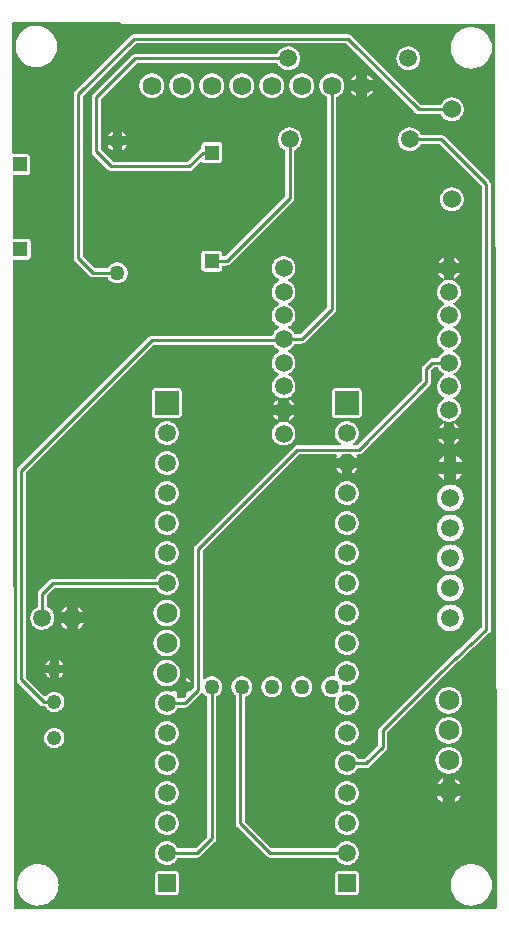
<source format=gbl>
G04 Layer: BottomLayer*
G04 EasyEDA v6.5.46, 2024-09-10 09:59:28*
G04 729bfc0749884a30aca1d28ffb5e4962,df7e7e3c38a3447abd37b529b333d242,10*
G04 Gerber Generator version 0.2*
G04 Scale: 100 percent, Rotated: No, Reflected: No *
G04 Dimensions in millimeters *
G04 leading zeros omitted , absolute positions ,4 integer and 5 decimal *
%FSLAX45Y45*%
%MOMM*%

%ADD10C,0.2540*%
%ADD11C,1.5000*%
%ADD12C,1.5900*%
%ADD13C,1.2600*%
%ADD14R,1.2600X1.2600*%
%ADD15C,1.5240*%
%ADD16C,1.2116*%
%ADD17C,1.6510*%
%ADD18C,1.7500*%
%ADD19C,1.7500*%
%ADD20R,2.0000X2.0000*%
%ADD21R,1.5000X1.5000*%
%ADD22R,0.0177X1.5000*%

%LPD*%
G36*
X594360Y-698500D02*
G01*
X590448Y-697738D01*
X587146Y-695553D01*
X584962Y-692251D01*
X584200Y-688340D01*
X574903Y4787239D01*
X575665Y4791100D01*
X577900Y4794402D01*
X581202Y4796637D01*
X585063Y4797399D01*
X701852Y4797399D01*
X708152Y4798110D01*
X713638Y4799990D01*
X718515Y4803089D01*
X722630Y4807204D01*
X725678Y4812080D01*
X727608Y4817567D01*
X728319Y4823866D01*
X728319Y4948732D01*
X727608Y4955032D01*
X725678Y4960518D01*
X722630Y4965395D01*
X718515Y4969510D01*
X713638Y4972608D01*
X708152Y4974488D01*
X701852Y4975199D01*
X584758Y4975199D01*
X580847Y4975961D01*
X577545Y4978196D01*
X575360Y4981448D01*
X574598Y4985359D01*
X573684Y5504840D01*
X574497Y5508701D01*
X576681Y5512003D01*
X579983Y5514238D01*
X583844Y5515000D01*
X695807Y5515000D01*
X702157Y5515711D01*
X707593Y5517591D01*
X712520Y5520690D01*
X716584Y5524804D01*
X719683Y5529681D01*
X721614Y5535168D01*
X722325Y5541467D01*
X722325Y5666333D01*
X721614Y5672632D01*
X719683Y5678119D01*
X716584Y5682996D01*
X712520Y5687110D01*
X707593Y5690209D01*
X702157Y5692089D01*
X695807Y5692800D01*
X583539Y5692800D01*
X579628Y5693562D01*
X576326Y5695797D01*
X574141Y5699048D01*
X573379Y5702960D01*
X571500Y6797040D01*
X572262Y6800900D01*
X574497Y6804202D01*
X577799Y6806438D01*
X581660Y6807200D01*
X1481683Y6807200D01*
X1485595Y6806438D01*
X1488897Y6804202D01*
X1497888Y6795211D01*
X1499616Y6794500D01*
X4650740Y6794500D01*
X4654651Y6793738D01*
X4657953Y6791553D01*
X4660138Y6788251D01*
X4660900Y6784340D01*
X4673600Y-688340D01*
X4672838Y-692200D01*
X4670602Y-695502D01*
X4667300Y-697738D01*
X4663440Y-698500D01*
G37*

%LPC*%
G36*
X791921Y-671118D02*
G01*
X810006Y-669747D01*
X827786Y-666496D01*
X845210Y-661416D01*
X861974Y-654608D01*
X877925Y-646074D01*
X892962Y-635965D01*
X906881Y-624382D01*
X919530Y-611428D01*
X930757Y-597204D01*
X940460Y-581914D01*
X948588Y-565759D01*
X954938Y-548792D01*
X959561Y-531266D01*
X962355Y-513384D01*
X963269Y-495300D01*
X962355Y-477215D01*
X959561Y-459333D01*
X954938Y-441807D01*
X948588Y-424840D01*
X940460Y-408686D01*
X930757Y-393395D01*
X919530Y-379171D01*
X906881Y-366217D01*
X892962Y-354634D01*
X877925Y-344525D01*
X861974Y-335991D01*
X845210Y-329184D01*
X827786Y-324104D01*
X810006Y-320852D01*
X791921Y-319481D01*
X773836Y-319938D01*
X755853Y-322275D01*
X738225Y-326390D01*
X721156Y-332384D01*
X704748Y-340055D01*
X689203Y-349351D01*
X674725Y-360222D01*
X661416Y-372516D01*
X649478Y-386130D01*
X638962Y-400913D01*
X630072Y-416661D01*
X622808Y-433273D01*
X617321Y-450494D01*
X613613Y-468223D01*
X611733Y-486257D01*
X611733Y-504342D01*
X613613Y-522376D01*
X617321Y-540105D01*
X622808Y-557326D01*
X630072Y-573938D01*
X638962Y-589686D01*
X649478Y-604469D01*
X661416Y-618083D01*
X674725Y-630377D01*
X689203Y-641248D01*
X704748Y-650544D01*
X721156Y-658215D01*
X738225Y-664210D01*
X755853Y-668324D01*
X773836Y-670661D01*
G37*
G36*
X4462221Y-671118D02*
G01*
X4480306Y-669747D01*
X4498086Y-666496D01*
X4515510Y-661416D01*
X4532274Y-654608D01*
X4548225Y-646074D01*
X4563262Y-635965D01*
X4577181Y-624382D01*
X4589830Y-611428D01*
X4601057Y-597204D01*
X4610760Y-581914D01*
X4618888Y-565759D01*
X4625238Y-548792D01*
X4629861Y-531266D01*
X4632655Y-513384D01*
X4633569Y-495300D01*
X4632655Y-477215D01*
X4629861Y-459333D01*
X4625238Y-441807D01*
X4618888Y-424840D01*
X4610760Y-408686D01*
X4601057Y-393395D01*
X4589830Y-379171D01*
X4577181Y-366217D01*
X4563262Y-354634D01*
X4548225Y-344525D01*
X4532274Y-335991D01*
X4515510Y-329184D01*
X4498086Y-324104D01*
X4480306Y-320852D01*
X4462221Y-319481D01*
X4444136Y-319938D01*
X4426153Y-322275D01*
X4408525Y-326390D01*
X4391456Y-332384D01*
X4375048Y-340055D01*
X4359503Y-349351D01*
X4345025Y-360222D01*
X4331716Y-372516D01*
X4319778Y-386130D01*
X4309262Y-400913D01*
X4300372Y-416661D01*
X4293108Y-433273D01*
X4287621Y-450494D01*
X4283913Y-468223D01*
X4282033Y-486257D01*
X4282033Y-504342D01*
X4283913Y-522376D01*
X4287621Y-540105D01*
X4293108Y-557326D01*
X4300372Y-573938D01*
X4309262Y-589686D01*
X4319778Y-604469D01*
X4331716Y-618083D01*
X4345025Y-630377D01*
X4359503Y-641248D01*
X4375048Y-650544D01*
X4391456Y-658215D01*
X4408525Y-664210D01*
X4426153Y-668324D01*
X4444136Y-670661D01*
G37*
G36*
X1876196Y-582015D02*
G01*
X1889810Y-581558D01*
X1894586Y-580898D01*
X1954022Y-580898D01*
X1960372Y-580186D01*
X1965807Y-578307D01*
X1970735Y-575208D01*
X1974799Y-571093D01*
X1977898Y-566216D01*
X1979777Y-560730D01*
X1980488Y-554431D01*
X1980488Y-495960D01*
X1981707Y-480009D01*
X1980488Y-464058D01*
X1980488Y-405587D01*
X1979777Y-399237D01*
X1977898Y-393801D01*
X1974799Y-388874D01*
X1970735Y-384810D01*
X1965807Y-381711D01*
X1960372Y-379780D01*
X1954022Y-379069D01*
X1894586Y-379069D01*
X1889810Y-378409D01*
X1876196Y-377952D01*
X1864563Y-379069D01*
X1805178Y-379069D01*
X1798828Y-379780D01*
X1793392Y-381711D01*
X1788464Y-384810D01*
X1784400Y-388874D01*
X1781302Y-393801D01*
X1779422Y-399237D01*
X1778711Y-405587D01*
X1778711Y-465429D01*
X1777746Y-473201D01*
X1777746Y-486816D01*
X1778711Y-494538D01*
X1778711Y-554431D01*
X1779422Y-560730D01*
X1781302Y-566216D01*
X1784400Y-571093D01*
X1788464Y-575208D01*
X1793392Y-578307D01*
X1798828Y-580186D01*
X1805178Y-580898D01*
X1864563Y-580898D01*
G37*
G36*
X3400196Y-582015D02*
G01*
X3413810Y-581558D01*
X3418586Y-580898D01*
X3478022Y-580898D01*
X3484372Y-580186D01*
X3489807Y-578307D01*
X3494735Y-575208D01*
X3498799Y-571093D01*
X3501898Y-566216D01*
X3503777Y-560730D01*
X3504488Y-554431D01*
X3504488Y-495960D01*
X3505708Y-480009D01*
X3504488Y-464058D01*
X3504488Y-405587D01*
X3503777Y-399237D01*
X3501898Y-393801D01*
X3498799Y-388874D01*
X3494735Y-384810D01*
X3489807Y-381711D01*
X3484372Y-379780D01*
X3478022Y-379069D01*
X3418586Y-379069D01*
X3413810Y-378409D01*
X3400196Y-377952D01*
X3388563Y-379069D01*
X3329178Y-379069D01*
X3322828Y-379780D01*
X3317392Y-381711D01*
X3312464Y-384810D01*
X3308400Y-388874D01*
X3305301Y-393801D01*
X3303422Y-399237D01*
X3302711Y-405587D01*
X3302711Y-465429D01*
X3301746Y-473201D01*
X3301746Y-486816D01*
X3302711Y-494538D01*
X3302711Y-554431D01*
X3303422Y-560730D01*
X3305301Y-566216D01*
X3308400Y-571093D01*
X3312464Y-575208D01*
X3317392Y-578307D01*
X3322828Y-580186D01*
X3329178Y-580898D01*
X3388563Y-580898D01*
G37*
G36*
X3400247Y-326847D02*
G01*
X3413709Y-326390D01*
X3426968Y-324154D01*
X3439871Y-320141D01*
X3452063Y-314452D01*
X3463442Y-307238D01*
X3473754Y-298500D01*
X3482797Y-288544D01*
X3490417Y-277418D01*
X3496462Y-265379D01*
X3500882Y-252628D01*
X3503574Y-239471D01*
X3504488Y-226009D01*
X3503574Y-212547D01*
X3500882Y-199339D01*
X3496462Y-186639D01*
X3490417Y-174599D01*
X3482797Y-163474D01*
X3473754Y-153466D01*
X3463442Y-144780D01*
X3452063Y-137515D01*
X3439871Y-131876D01*
X3426968Y-127863D01*
X3413709Y-125628D01*
X3400247Y-125171D01*
X3386836Y-126542D01*
X3373729Y-129641D01*
X3361131Y-134467D01*
X3349294Y-140970D01*
X3338474Y-148945D01*
X3328771Y-158343D01*
X3320440Y-168910D01*
X3311042Y-184454D01*
X3307791Y-186639D01*
X3303930Y-187401D01*
X2773476Y-187401D01*
X2769616Y-186639D01*
X2766314Y-184404D01*
X2543505Y38404D01*
X2541270Y41706D01*
X2540508Y45618D01*
X2540508Y1089964D01*
X2541320Y1093978D01*
X2543657Y1097330D01*
X2547112Y1099515D01*
X2551531Y1101140D01*
X2562656Y1107236D01*
X2572816Y1114806D01*
X2581757Y1123797D01*
X2589377Y1133957D01*
X2595473Y1145082D01*
X2599893Y1156970D01*
X2602585Y1169365D01*
X2603500Y1182014D01*
X2602585Y1194663D01*
X2599893Y1207058D01*
X2595473Y1218946D01*
X2589377Y1230071D01*
X2581757Y1240180D01*
X2572816Y1249172D01*
X2562656Y1256792D01*
X2551531Y1262837D01*
X2539644Y1267256D01*
X2527249Y1270000D01*
X2514600Y1270863D01*
X2501950Y1270000D01*
X2489555Y1267256D01*
X2477668Y1262837D01*
X2466543Y1256792D01*
X2456383Y1249172D01*
X2447442Y1240180D01*
X2439822Y1230071D01*
X2433726Y1218946D01*
X2429306Y1207058D01*
X2426614Y1194663D01*
X2425700Y1182014D01*
X2426614Y1169365D01*
X2429306Y1156970D01*
X2433726Y1145082D01*
X2439822Y1133957D01*
X2447442Y1123797D01*
X2456383Y1114806D01*
X2459228Y1112723D01*
X2461412Y1110488D01*
X2462834Y1107694D01*
X2463292Y1104595D01*
X2463292Y25908D01*
X2464104Y17881D01*
X2466289Y10668D01*
X2469845Y3962D01*
X2474976Y-2235D01*
X2725623Y-252933D01*
X2731871Y-258064D01*
X2738526Y-261620D01*
X2745790Y-263804D01*
X2753817Y-264617D01*
X3303930Y-264617D01*
X3307791Y-265379D01*
X3311042Y-267563D01*
X3313582Y-271475D01*
X3320440Y-283108D01*
X3328771Y-293674D01*
X3338474Y-303022D01*
X3349294Y-311048D01*
X3361131Y-317500D01*
X3373729Y-322376D01*
X3386836Y-325475D01*
G37*
G36*
X1876247Y-326847D02*
G01*
X1889709Y-326390D01*
X1902968Y-324154D01*
X1915871Y-320141D01*
X1928063Y-314452D01*
X1939442Y-307238D01*
X1949754Y-298500D01*
X1958797Y-288544D01*
X1966417Y-277418D01*
X1970074Y-270205D01*
X1972310Y-267208D01*
X1975459Y-265277D01*
X1979117Y-264617D01*
X2135682Y-264617D01*
X2143709Y-263804D01*
X2150973Y-261620D01*
X2157628Y-258064D01*
X2163876Y-252933D01*
X2287524Y-129235D01*
X2292654Y-123037D01*
X2296210Y-116332D01*
X2298395Y-109118D01*
X2299208Y-101092D01*
X2299208Y1096060D01*
X2299868Y1099616D01*
X2301697Y1102715D01*
X2304491Y1104950D01*
X2308656Y1107236D01*
X2318816Y1114806D01*
X2327757Y1123797D01*
X2335377Y1133957D01*
X2341473Y1145082D01*
X2345893Y1156970D01*
X2348585Y1169365D01*
X2349500Y1182014D01*
X2348585Y1194663D01*
X2345893Y1207058D01*
X2341473Y1218946D01*
X2335377Y1230071D01*
X2327757Y1240180D01*
X2318816Y1249172D01*
X2308656Y1256792D01*
X2297531Y1262837D01*
X2285644Y1267256D01*
X2273249Y1270000D01*
X2260600Y1270863D01*
X2247950Y1270000D01*
X2235555Y1267256D01*
X2223668Y1262837D01*
X2212543Y1256792D01*
X2202230Y1249019D01*
X2198979Y1246835D01*
X2195068Y1246073D01*
X2191156Y1246835D01*
X2187905Y1249019D01*
X2185670Y1252321D01*
X2184908Y1256233D01*
X2184908Y2329281D01*
X2185670Y2333193D01*
X2187905Y2336495D01*
X2997504Y3146094D01*
X3000806Y3148330D01*
X3004718Y3149092D01*
X3312109Y3149092D01*
X3316224Y3148228D01*
X3319678Y3145688D01*
X3321761Y3141980D01*
X3322167Y3137763D01*
X3320846Y3133750D01*
X3313531Y3121507D01*
X3312871Y3119831D01*
X3359759Y3119831D01*
X3359759Y3138932D01*
X3360521Y3142843D01*
X3362706Y3146094D01*
X3366008Y3148330D01*
X3369919Y3149092D01*
X3437280Y3149092D01*
X3441192Y3148330D01*
X3444494Y3146094D01*
X3446678Y3142843D01*
X3447440Y3138932D01*
X3447440Y3119831D01*
X3494227Y3119831D01*
X3490417Y3127400D01*
X3486454Y3133191D01*
X3484778Y3137255D01*
X3485032Y3141624D01*
X3487064Y3145485D01*
X3490518Y3148126D01*
X3494836Y3149092D01*
X3504692Y3149092D01*
X3512718Y3149904D01*
X3519932Y3152089D01*
X3526637Y3155645D01*
X3532835Y3160776D01*
X4103624Y3731564D01*
X4108754Y3737762D01*
X4112310Y3744468D01*
X4114495Y3751681D01*
X4115308Y3759708D01*
X4115308Y3853281D01*
X4116070Y3857193D01*
X4118305Y3860495D01*
X4140758Y3882948D01*
X4143959Y3885133D01*
X4147820Y3885895D01*
X4169562Y3886149D01*
X4173372Y3885437D01*
X4176623Y3883406D01*
X4178909Y3880256D01*
X4180230Y3877411D01*
X4187494Y3866032D01*
X4196181Y3855770D01*
X4206189Y3846728D01*
X4217263Y3839108D01*
X4225340Y3834993D01*
X4228388Y3832656D01*
X4230319Y3829405D01*
X4230928Y3825595D01*
X4230065Y3821887D01*
X4227931Y3818737D01*
X4211624Y3809085D01*
X4201007Y3800703D01*
X4191660Y3791051D01*
X4183684Y3780180D01*
X4177182Y3768344D01*
X4172356Y3755796D01*
X4169206Y3742690D01*
X4167886Y3729278D01*
X4168343Y3715816D01*
X4170578Y3702507D01*
X4174540Y3689654D01*
X4180230Y3677412D01*
X4187494Y3666032D01*
X4196181Y3655771D01*
X4206189Y3646728D01*
X4217263Y3639108D01*
X4225340Y3634994D01*
X4228388Y3632657D01*
X4230319Y3629406D01*
X4230928Y3625596D01*
X4230065Y3621887D01*
X4227931Y3618737D01*
X4211624Y3609086D01*
X4201007Y3600704D01*
X4191660Y3591051D01*
X4183684Y3580180D01*
X4177182Y3568344D01*
X4172356Y3555796D01*
X4169206Y3542690D01*
X4167886Y3529279D01*
X4168343Y3515817D01*
X4170578Y3502507D01*
X4174540Y3489655D01*
X4180230Y3477412D01*
X4187494Y3466033D01*
X4196181Y3455771D01*
X4206189Y3446729D01*
X4217263Y3439109D01*
X4225340Y3434994D01*
X4228388Y3432657D01*
X4230370Y3429203D01*
X4234535Y3430422D01*
X4238345Y3429863D01*
X4242054Y3428593D01*
X4255262Y3425901D01*
X4268724Y3425037D01*
X4282135Y3425901D01*
X4295343Y3428593D01*
X4299051Y3429863D01*
X4302861Y3430422D01*
X4307078Y3429406D01*
X4309008Y3432657D01*
X4312056Y3434994D01*
X4320133Y3439109D01*
X4331208Y3446729D01*
X4341215Y3455771D01*
X4349902Y3466033D01*
X4357166Y3477412D01*
X4362856Y3489655D01*
X4366818Y3502507D01*
X4369054Y3515817D01*
X4369511Y3529279D01*
X4368190Y3542690D01*
X4365040Y3555796D01*
X4360214Y3568344D01*
X4353712Y3580180D01*
X4345736Y3591051D01*
X4336389Y3600704D01*
X4325772Y3609086D01*
X4309465Y3618737D01*
X4307332Y3621887D01*
X4306468Y3625596D01*
X4307078Y3629406D01*
X4309008Y3632657D01*
X4312056Y3634994D01*
X4320133Y3639108D01*
X4331208Y3646728D01*
X4341215Y3655771D01*
X4349902Y3666032D01*
X4357166Y3677412D01*
X4362856Y3689654D01*
X4366818Y3702507D01*
X4369054Y3715816D01*
X4369511Y3729278D01*
X4368190Y3742690D01*
X4365040Y3755796D01*
X4360214Y3768344D01*
X4353712Y3780180D01*
X4345736Y3791051D01*
X4336389Y3800703D01*
X4325772Y3809085D01*
X4309465Y3818737D01*
X4307332Y3821887D01*
X4306468Y3825595D01*
X4307078Y3829405D01*
X4309008Y3832656D01*
X4312056Y3834993D01*
X4320133Y3839108D01*
X4331208Y3846728D01*
X4341215Y3855770D01*
X4349902Y3866032D01*
X4357166Y3877411D01*
X4362856Y3889654D01*
X4366818Y3902506D01*
X4369054Y3915816D01*
X4369511Y3929278D01*
X4368190Y3942689D01*
X4365040Y3955796D01*
X4360214Y3968343D01*
X4353712Y3980179D01*
X4345736Y3991051D01*
X4336389Y4000703D01*
X4325772Y4009085D01*
X4309465Y4018737D01*
X4307332Y4021886D01*
X4306468Y4025595D01*
X4307078Y4029405D01*
X4309008Y4032656D01*
X4312056Y4034993D01*
X4320133Y4039108D01*
X4331208Y4046728D01*
X4341215Y4055770D01*
X4349902Y4066032D01*
X4357166Y4077411D01*
X4362856Y4089654D01*
X4366818Y4102506D01*
X4369054Y4115815D01*
X4369511Y4129278D01*
X4368190Y4142689D01*
X4365040Y4155795D01*
X4360214Y4168343D01*
X4353712Y4180179D01*
X4345736Y4191050D01*
X4336389Y4200702D01*
X4325772Y4209084D01*
X4309465Y4218736D01*
X4307332Y4221886D01*
X4306468Y4225594D01*
X4307078Y4229404D01*
X4309008Y4232656D01*
X4312056Y4234992D01*
X4320133Y4239107D01*
X4331208Y4246727D01*
X4341215Y4255770D01*
X4349902Y4266031D01*
X4357166Y4277410D01*
X4362856Y4289653D01*
X4366818Y4302506D01*
X4369054Y4315815D01*
X4369511Y4329277D01*
X4368190Y4342688D01*
X4365040Y4355795D01*
X4360214Y4368342D01*
X4353712Y4380179D01*
X4345736Y4391050D01*
X4336389Y4400702D01*
X4325772Y4409084D01*
X4309465Y4418736D01*
X4307332Y4421886D01*
X4306468Y4425594D01*
X4307078Y4429404D01*
X4309008Y4432655D01*
X4312056Y4434992D01*
X4320133Y4439107D01*
X4331208Y4446727D01*
X4341215Y4455769D01*
X4349902Y4466031D01*
X4357166Y4477410D01*
X4362856Y4489653D01*
X4366818Y4502505D01*
X4369054Y4515815D01*
X4369511Y4529277D01*
X4368190Y4542688D01*
X4365040Y4555794D01*
X4360214Y4568342D01*
X4353712Y4580178D01*
X4345736Y4591050D01*
X4336389Y4600702D01*
X4325772Y4609084D01*
X4309465Y4618736D01*
X4306976Y4622495D01*
X4303420Y4621479D01*
X4299712Y4621784D01*
X4288790Y4624781D01*
X4275429Y4626559D01*
X4261967Y4626559D01*
X4248607Y4624781D01*
X4237685Y4621784D01*
X4233976Y4621479D01*
X4230268Y4622647D01*
X4227931Y4618736D01*
X4211624Y4609084D01*
X4201007Y4600702D01*
X4191660Y4591050D01*
X4183684Y4580178D01*
X4177182Y4568342D01*
X4172356Y4555794D01*
X4169206Y4542688D01*
X4167886Y4529277D01*
X4168343Y4515815D01*
X4170578Y4502505D01*
X4174540Y4489653D01*
X4180230Y4477410D01*
X4187494Y4466031D01*
X4196181Y4455769D01*
X4206189Y4446727D01*
X4217263Y4439107D01*
X4225340Y4434992D01*
X4228388Y4432655D01*
X4230319Y4429404D01*
X4230928Y4425594D01*
X4230065Y4421886D01*
X4227931Y4418736D01*
X4211624Y4409084D01*
X4201007Y4400702D01*
X4191660Y4391050D01*
X4183684Y4380179D01*
X4177182Y4368342D01*
X4172356Y4355795D01*
X4169206Y4342688D01*
X4167886Y4329277D01*
X4168343Y4315815D01*
X4170578Y4302506D01*
X4174540Y4289653D01*
X4180230Y4277410D01*
X4187494Y4266031D01*
X4196181Y4255770D01*
X4206189Y4246727D01*
X4217263Y4239107D01*
X4225340Y4234992D01*
X4228388Y4232656D01*
X4230319Y4229404D01*
X4230928Y4225594D01*
X4230065Y4221886D01*
X4227931Y4218736D01*
X4211624Y4209084D01*
X4201007Y4200702D01*
X4191660Y4191050D01*
X4183684Y4180179D01*
X4177182Y4168343D01*
X4172356Y4155795D01*
X4169206Y4142689D01*
X4167886Y4129278D01*
X4168343Y4115815D01*
X4170578Y4102506D01*
X4174540Y4089654D01*
X4180230Y4077411D01*
X4187494Y4066032D01*
X4196181Y4055770D01*
X4206189Y4046728D01*
X4217263Y4039108D01*
X4225340Y4034993D01*
X4228388Y4032656D01*
X4230319Y4029405D01*
X4230928Y4025595D01*
X4230065Y4021886D01*
X4227931Y4018737D01*
X4211624Y4009085D01*
X4201007Y4000703D01*
X4191660Y3991051D01*
X4183684Y3980179D01*
X4177334Y3968648D01*
X4175099Y3965854D01*
X4172051Y3964025D01*
X4168546Y3963365D01*
X4127550Y3962908D01*
X4119981Y3962146D01*
X4112768Y3959910D01*
X4106062Y3956354D01*
X4099864Y3951224D01*
X4049776Y3901135D01*
X4044645Y3894937D01*
X4041089Y3888232D01*
X4038904Y3881018D01*
X4038092Y3872992D01*
X4038092Y3779418D01*
X4037329Y3775506D01*
X4035094Y3772204D01*
X3492195Y3229305D01*
X3488893Y3227070D01*
X3484981Y3226308D01*
X3463036Y3226308D01*
X3458819Y3227222D01*
X3455365Y3229813D01*
X3453282Y3233623D01*
X3452977Y3237941D01*
X3454501Y3242005D01*
X3457549Y3245053D01*
X3463442Y3248761D01*
X3473754Y3257499D01*
X3482797Y3267456D01*
X3490417Y3278581D01*
X3496462Y3290620D01*
X3500882Y3303371D01*
X3503574Y3316528D01*
X3504488Y3329990D01*
X3503574Y3343452D01*
X3500882Y3356660D01*
X3496462Y3369360D01*
X3490417Y3381400D01*
X3482797Y3392525D01*
X3473754Y3402533D01*
X3463442Y3411220D01*
X3452063Y3418484D01*
X3439871Y3424123D01*
X3426968Y3428136D01*
X3413709Y3430371D01*
X3400247Y3430828D01*
X3386836Y3429457D01*
X3373729Y3426358D01*
X3361131Y3421532D01*
X3349294Y3415029D01*
X3338474Y3407054D01*
X3328771Y3397656D01*
X3320440Y3387090D01*
X3313582Y3375507D01*
X3308299Y3363112D01*
X3304743Y3350107D01*
X3302965Y3336747D01*
X3302965Y3323285D01*
X3304743Y3309924D01*
X3308299Y3296920D01*
X3313582Y3284524D01*
X3320440Y3272891D01*
X3328771Y3262325D01*
X3338474Y3252978D01*
X3349751Y3244646D01*
X3352546Y3241497D01*
X3353815Y3237484D01*
X3353358Y3233318D01*
X3351276Y3229660D01*
X3347821Y3227171D01*
X3343706Y3226308D01*
X2985008Y3226308D01*
X2976981Y3225495D01*
X2969768Y3223310D01*
X2963062Y3219754D01*
X2956864Y3214624D01*
X2119376Y2377135D01*
X2114245Y2370937D01*
X2110689Y2364232D01*
X2108504Y2357018D01*
X2107692Y2348992D01*
X2107692Y1220978D01*
X2106879Y1217015D01*
X2105761Y1215339D01*
X2106930Y1213561D01*
X2107692Y1209700D01*
X2107692Y1175918D01*
X2106930Y1172006D01*
X2104694Y1168704D01*
X2083104Y1147114D01*
X2079853Y1144930D01*
X2075942Y1144168D01*
X2044446Y1144168D01*
X2044446Y1112672D01*
X2043684Y1108760D01*
X2041448Y1105458D01*
X2021535Y1085545D01*
X2018233Y1083310D01*
X2014321Y1082548D01*
X1979168Y1082548D01*
X1975510Y1083208D01*
X1972360Y1085189D01*
X1969820Y1088593D01*
X1969007Y1090828D01*
X1968754Y1093165D01*
X1968754Y1144168D01*
X1921814Y1144168D01*
X1918716Y1141018D01*
X1914601Y1139545D01*
X1910232Y1139901D01*
X1902968Y1142136D01*
X1889709Y1144371D01*
X1876247Y1144828D01*
X1862836Y1143457D01*
X1849729Y1140358D01*
X1837131Y1135532D01*
X1825294Y1129030D01*
X1814474Y1121054D01*
X1804771Y1111656D01*
X1796440Y1101090D01*
X1789582Y1089507D01*
X1784299Y1077112D01*
X1780743Y1064107D01*
X1778965Y1050747D01*
X1778965Y1037285D01*
X1780743Y1023924D01*
X1784299Y1010919D01*
X1789582Y998524D01*
X1796440Y986891D01*
X1804771Y976325D01*
X1814474Y966978D01*
X1825294Y958951D01*
X1837131Y952500D01*
X1849729Y947623D01*
X1862836Y944524D01*
X1876247Y943152D01*
X1889709Y943610D01*
X1902968Y945845D01*
X1915871Y949858D01*
X1928063Y955548D01*
X1939442Y962761D01*
X1949754Y971499D01*
X1958797Y981456D01*
X1966417Y992581D01*
X1970024Y999744D01*
X1972259Y1002690D01*
X1975459Y1004671D01*
X1979066Y1005332D01*
X2034032Y1005332D01*
X2042058Y1006144D01*
X2049272Y1008329D01*
X2055977Y1011885D01*
X2062175Y1017016D01*
X2173224Y1128064D01*
X2176729Y1131214D01*
X2180183Y1132433D01*
X2183841Y1132382D01*
X2187194Y1131011D01*
X2189886Y1128522D01*
X2193442Y1123797D01*
X2202383Y1114806D01*
X2212543Y1107236D01*
X2216708Y1104950D01*
X2219502Y1102715D01*
X2221331Y1099616D01*
X2221992Y1096060D01*
X2221992Y-81381D01*
X2221230Y-85293D01*
X2218994Y-88595D01*
X2123186Y-184404D01*
X2119884Y-186639D01*
X2116023Y-187401D01*
X1979117Y-187401D01*
X1975459Y-186690D01*
X1972310Y-184759D01*
X1970074Y-181813D01*
X1966417Y-174599D01*
X1958797Y-163474D01*
X1949754Y-153466D01*
X1939442Y-144780D01*
X1928063Y-137515D01*
X1915871Y-131876D01*
X1902968Y-127863D01*
X1889709Y-125628D01*
X1876247Y-125171D01*
X1862836Y-126542D01*
X1849729Y-129641D01*
X1837131Y-134467D01*
X1825294Y-140970D01*
X1814474Y-148945D01*
X1804771Y-158343D01*
X1796440Y-168910D01*
X1789582Y-180492D01*
X1784299Y-192887D01*
X1780743Y-205892D01*
X1778965Y-219252D01*
X1778965Y-232714D01*
X1780743Y-246075D01*
X1784299Y-259079D01*
X1789582Y-271475D01*
X1796440Y-283108D01*
X1804771Y-293674D01*
X1814474Y-303022D01*
X1825294Y-311048D01*
X1837131Y-317500D01*
X1849729Y-322376D01*
X1862836Y-325475D01*
G37*
G36*
X1876247Y-72847D02*
G01*
X1889709Y-72390D01*
X1902968Y-70154D01*
X1915871Y-66141D01*
X1928063Y-60452D01*
X1939442Y-53238D01*
X1949754Y-44500D01*
X1958797Y-34544D01*
X1966417Y-23418D01*
X1972462Y-11379D01*
X1976882Y1371D01*
X1979574Y14528D01*
X1980488Y27990D01*
X1979574Y41452D01*
X1976882Y54660D01*
X1972462Y67360D01*
X1966417Y79400D01*
X1958797Y90525D01*
X1949754Y100533D01*
X1939442Y109220D01*
X1928063Y116484D01*
X1915871Y122123D01*
X1902968Y126136D01*
X1889709Y128371D01*
X1876247Y128828D01*
X1862836Y127457D01*
X1849729Y124358D01*
X1837131Y119532D01*
X1825294Y113030D01*
X1814474Y105054D01*
X1804771Y95656D01*
X1796440Y85090D01*
X1789582Y73507D01*
X1784299Y61112D01*
X1780743Y48107D01*
X1778965Y34747D01*
X1778965Y21285D01*
X1780743Y7924D01*
X1784299Y-5080D01*
X1789582Y-17475D01*
X1796440Y-29108D01*
X1804771Y-39674D01*
X1814474Y-49022D01*
X1825294Y-57048D01*
X1837131Y-63500D01*
X1849729Y-68376D01*
X1862836Y-71475D01*
G37*
G36*
X3400247Y-72847D02*
G01*
X3413709Y-72390D01*
X3426968Y-70154D01*
X3439871Y-66141D01*
X3452063Y-60452D01*
X3463442Y-53238D01*
X3473754Y-44500D01*
X3482797Y-34544D01*
X3490417Y-23418D01*
X3496462Y-11379D01*
X3500882Y1371D01*
X3503574Y14528D01*
X3504488Y27990D01*
X3503574Y41452D01*
X3500882Y54660D01*
X3496462Y67360D01*
X3490417Y79400D01*
X3482797Y90525D01*
X3473754Y100533D01*
X3463442Y109220D01*
X3452063Y116484D01*
X3439871Y122123D01*
X3426968Y126136D01*
X3413709Y128371D01*
X3400247Y128828D01*
X3386836Y127457D01*
X3373729Y124358D01*
X3361131Y119532D01*
X3349294Y113030D01*
X3338474Y105054D01*
X3328771Y95656D01*
X3320440Y85090D01*
X3313582Y73507D01*
X3308299Y61112D01*
X3304743Y48107D01*
X3302965Y34747D01*
X3302965Y21285D01*
X3304743Y7924D01*
X3308299Y-5080D01*
X3313582Y-17475D01*
X3320440Y-29108D01*
X3328771Y-39674D01*
X3338474Y-49022D01*
X3349294Y-57048D01*
X3361131Y-63500D01*
X3373729Y-68376D01*
X3386836Y-71475D01*
G37*
G36*
X1876247Y181152D02*
G01*
X1889709Y181610D01*
X1902968Y183845D01*
X1915871Y187858D01*
X1928063Y193548D01*
X1939442Y200761D01*
X1949754Y209499D01*
X1958797Y219456D01*
X1966417Y230581D01*
X1972462Y242620D01*
X1976882Y255371D01*
X1979574Y268528D01*
X1980488Y281990D01*
X1979574Y295452D01*
X1976882Y308660D01*
X1972462Y321360D01*
X1966417Y333400D01*
X1958797Y344525D01*
X1949754Y354533D01*
X1939442Y363220D01*
X1928063Y370484D01*
X1915871Y376123D01*
X1902968Y380136D01*
X1889709Y382371D01*
X1876247Y382828D01*
X1862836Y381457D01*
X1849729Y378358D01*
X1837131Y373532D01*
X1825294Y367030D01*
X1814474Y359054D01*
X1804771Y349656D01*
X1796440Y339090D01*
X1789582Y327507D01*
X1784299Y315112D01*
X1780743Y302107D01*
X1778965Y288747D01*
X1778965Y275285D01*
X1780743Y261924D01*
X1784299Y248920D01*
X1789582Y236524D01*
X1796440Y224891D01*
X1804771Y214325D01*
X1814474Y204978D01*
X1825294Y196951D01*
X1837131Y190500D01*
X1849729Y185623D01*
X1862836Y182524D01*
G37*
G36*
X3400247Y181152D02*
G01*
X3413709Y181610D01*
X3426968Y183845D01*
X3439871Y187858D01*
X3452063Y193548D01*
X3463442Y200761D01*
X3473754Y209499D01*
X3482797Y219456D01*
X3490417Y230581D01*
X3496462Y242620D01*
X3500882Y255371D01*
X3503574Y268528D01*
X3504488Y281990D01*
X3503574Y295452D01*
X3500882Y308660D01*
X3496462Y321360D01*
X3490417Y333400D01*
X3482797Y344525D01*
X3473754Y354533D01*
X3463442Y363220D01*
X3452063Y370484D01*
X3439871Y376123D01*
X3426968Y380136D01*
X3413709Y382371D01*
X3400247Y382828D01*
X3386836Y381457D01*
X3373729Y378358D01*
X3361131Y373532D01*
X3349294Y367030D01*
X3338474Y359054D01*
X3328771Y349656D01*
X3320440Y339090D01*
X3313582Y327507D01*
X3308299Y315112D01*
X3304743Y302107D01*
X3302965Y288747D01*
X3302965Y275285D01*
X3304743Y261924D01*
X3308299Y248920D01*
X3313582Y236524D01*
X3320440Y224891D01*
X3328771Y214325D01*
X3338474Y204978D01*
X3349294Y196951D01*
X3361131Y190500D01*
X3373729Y185623D01*
X3386836Y182524D01*
G37*
G36*
X4217111Y203352D02*
G01*
X4217111Y254711D01*
X4165701Y254711D01*
X4170222Y246024D01*
X4178554Y234086D01*
X4188307Y223367D01*
X4199382Y213918D01*
X4211574Y205994D01*
G37*
G36*
X4317288Y203352D02*
G01*
X4322826Y205994D01*
X4335018Y213918D01*
X4346092Y223367D01*
X4355846Y234086D01*
X4364177Y246024D01*
X4368698Y254711D01*
X4317288Y254711D01*
G37*
G36*
X4317288Y354888D02*
G01*
X4368749Y354888D01*
X4367733Y357225D01*
X4360214Y369671D01*
X4351121Y381050D01*
X4340707Y391160D01*
X4329074Y399846D01*
X4317288Y406450D01*
G37*
G36*
X4165650Y354888D02*
G01*
X4217111Y354888D01*
X4217111Y406450D01*
X4205325Y399846D01*
X4193692Y391160D01*
X4183278Y381050D01*
X4174185Y369671D01*
X4166666Y357225D01*
G37*
G36*
X1876247Y435152D02*
G01*
X1889709Y435609D01*
X1902968Y437845D01*
X1915871Y441858D01*
X1928063Y447548D01*
X1939442Y454761D01*
X1949754Y463499D01*
X1958797Y473456D01*
X1966417Y484581D01*
X1972462Y496620D01*
X1976882Y509371D01*
X1979574Y522528D01*
X1980488Y535990D01*
X1979574Y549452D01*
X1976882Y562660D01*
X1972462Y575360D01*
X1966417Y587400D01*
X1958797Y598525D01*
X1949754Y608533D01*
X1939442Y617220D01*
X1928063Y624484D01*
X1915871Y630123D01*
X1902968Y634136D01*
X1889709Y636371D01*
X1876247Y636828D01*
X1862836Y635457D01*
X1849729Y632358D01*
X1837131Y627532D01*
X1825294Y621030D01*
X1814474Y613054D01*
X1804771Y603656D01*
X1796440Y593090D01*
X1789582Y581507D01*
X1784299Y569112D01*
X1780743Y556107D01*
X1778965Y542747D01*
X1778965Y529285D01*
X1780743Y515924D01*
X1784299Y502920D01*
X1789582Y490524D01*
X1796440Y478891D01*
X1804771Y468325D01*
X1814474Y458978D01*
X1825294Y450951D01*
X1837131Y444500D01*
X1849729Y439623D01*
X1862836Y436524D01*
G37*
G36*
X3400247Y435152D02*
G01*
X3413709Y435609D01*
X3426968Y437845D01*
X3439871Y441858D01*
X3452063Y447548D01*
X3463442Y454761D01*
X3473754Y463499D01*
X3482797Y473456D01*
X3490417Y484581D01*
X3492754Y489204D01*
X3494989Y492150D01*
X3498138Y494131D01*
X3501796Y494792D01*
X3568192Y494792D01*
X3576218Y495604D01*
X3583432Y497789D01*
X3590137Y501345D01*
X3596335Y506476D01*
X3735324Y645464D01*
X3740454Y651662D01*
X3744010Y658368D01*
X3746195Y665581D01*
X3747008Y673608D01*
X3747008Y792581D01*
X3747770Y796493D01*
X3750005Y799795D01*
X4230674Y1280464D01*
X4610963Y1635404D01*
X4616754Y1642262D01*
X4620310Y1648968D01*
X4622495Y1656181D01*
X4623308Y1664207D01*
X4623308Y5435092D01*
X4622495Y5443118D01*
X4620310Y5450332D01*
X4616754Y5457037D01*
X4611624Y5463235D01*
X4231335Y5843524D01*
X4225137Y5848654D01*
X4218432Y5852210D01*
X4211218Y5854395D01*
X4203192Y5855208D01*
X4036669Y5855208D01*
X4032808Y5855970D01*
X4029557Y5858154D01*
X4020159Y5873699D01*
X4011828Y5884265D01*
X4002125Y5893663D01*
X3991305Y5901639D01*
X3979468Y5908090D01*
X3966870Y5912967D01*
X3953764Y5916066D01*
X3940352Y5917438D01*
X3926890Y5916980D01*
X3913632Y5914745D01*
X3900728Y5910732D01*
X3888536Y5905093D01*
X3877157Y5897829D01*
X3866845Y5889142D01*
X3857802Y5879134D01*
X3850182Y5868009D01*
X3844137Y5855970D01*
X3839718Y5843270D01*
X3837025Y5830062D01*
X3836111Y5816600D01*
X3837025Y5803138D01*
X3839718Y5789930D01*
X3844137Y5777230D01*
X3850182Y5765190D01*
X3857802Y5754065D01*
X3866845Y5744057D01*
X3877157Y5735370D01*
X3888536Y5728106D01*
X3900728Y5722467D01*
X3913632Y5718454D01*
X3926890Y5716219D01*
X3940352Y5715762D01*
X3953764Y5717133D01*
X3966870Y5720232D01*
X3979468Y5725109D01*
X3991305Y5731560D01*
X4002125Y5739536D01*
X4011828Y5748934D01*
X4020159Y5759500D01*
X4029557Y5775045D01*
X4032808Y5777230D01*
X4036669Y5777992D01*
X4183481Y5777992D01*
X4187393Y5777230D01*
X4190695Y5774994D01*
X4543094Y5422595D01*
X4545330Y5419293D01*
X4546092Y5415381D01*
X4546092Y1684883D01*
X4545228Y1680819D01*
X4542840Y1677466D01*
X4176318Y1335328D01*
X3681476Y840435D01*
X3676345Y834237D01*
X3672789Y827532D01*
X3670604Y820318D01*
X3669792Y812292D01*
X3669792Y693318D01*
X3669029Y689406D01*
X3666794Y686104D01*
X3555695Y575005D01*
X3552393Y572770D01*
X3548481Y572008D01*
X3504437Y572008D01*
X3500780Y572668D01*
X3497630Y574649D01*
X3495344Y577596D01*
X3490417Y587400D01*
X3482797Y598525D01*
X3473754Y608533D01*
X3463442Y617220D01*
X3452063Y624484D01*
X3439871Y630123D01*
X3426968Y634136D01*
X3413709Y636371D01*
X3400247Y636828D01*
X3386836Y635457D01*
X3373729Y632358D01*
X3361131Y627532D01*
X3349294Y621030D01*
X3338474Y613054D01*
X3328771Y603656D01*
X3320440Y593090D01*
X3313582Y581507D01*
X3308299Y569112D01*
X3304743Y556107D01*
X3302965Y542747D01*
X3302965Y529285D01*
X3304743Y515924D01*
X3308299Y502920D01*
X3313582Y490524D01*
X3320440Y478891D01*
X3328771Y468325D01*
X3338474Y458978D01*
X3349294Y450951D01*
X3361131Y444500D01*
X3373729Y439623D01*
X3386836Y436524D01*
G37*
G36*
X4267200Y445414D02*
G01*
X4281678Y446328D01*
X4295952Y449122D01*
X4309770Y453694D01*
X4322826Y459993D01*
X4335018Y467918D01*
X4346092Y477367D01*
X4355846Y488086D01*
X4364177Y500024D01*
X4370882Y512927D01*
X4375912Y526542D01*
X4379112Y540715D01*
X4380534Y555142D01*
X4380077Y569671D01*
X4377740Y584047D01*
X4373626Y597966D01*
X4367733Y611225D01*
X4360214Y623671D01*
X4351121Y635050D01*
X4340707Y645160D01*
X4329074Y653846D01*
X4316374Y660958D01*
X4302912Y666394D01*
X4288891Y670102D01*
X4274464Y671931D01*
X4259935Y671931D01*
X4245508Y670102D01*
X4231487Y666394D01*
X4218025Y660958D01*
X4205325Y653846D01*
X4193692Y645160D01*
X4183278Y635050D01*
X4174185Y623671D01*
X4166666Y611225D01*
X4160774Y597966D01*
X4156659Y584047D01*
X4154322Y569671D01*
X4153865Y555142D01*
X4155287Y540715D01*
X4158487Y526542D01*
X4163517Y512927D01*
X4170222Y500024D01*
X4178554Y488086D01*
X4188307Y477367D01*
X4199382Y467918D01*
X4211574Y459993D01*
X4224629Y453694D01*
X4238447Y449122D01*
X4252722Y446328D01*
G37*
G36*
X927100Y662838D02*
G01*
X939393Y663702D01*
X951484Y666343D01*
X963015Y670661D01*
X973836Y676554D01*
X983742Y683971D01*
X992428Y692658D01*
X999845Y702564D01*
X1005738Y713384D01*
X1010056Y724916D01*
X1012698Y737006D01*
X1013561Y749300D01*
X1012698Y761593D01*
X1010056Y773684D01*
X1005738Y785215D01*
X999845Y796036D01*
X992428Y805942D01*
X983742Y814628D01*
X973836Y822045D01*
X963015Y827938D01*
X951484Y832256D01*
X939393Y834898D01*
X927100Y835761D01*
X914806Y834898D01*
X902716Y832256D01*
X891184Y827938D01*
X880364Y822045D01*
X870458Y814628D01*
X861771Y805942D01*
X854354Y796036D01*
X848461Y785215D01*
X844143Y773684D01*
X841502Y761593D01*
X840638Y749300D01*
X841502Y737006D01*
X844143Y724916D01*
X848461Y713384D01*
X854354Y702564D01*
X861771Y692658D01*
X870458Y683971D01*
X880364Y676554D01*
X891184Y670661D01*
X902716Y666343D01*
X914806Y663702D01*
G37*
G36*
X1876247Y689152D02*
G01*
X1889709Y689610D01*
X1902968Y691845D01*
X1915871Y695858D01*
X1928063Y701548D01*
X1939442Y708761D01*
X1949754Y717499D01*
X1958797Y727456D01*
X1966417Y738581D01*
X1972462Y750620D01*
X1976882Y763371D01*
X1979574Y776528D01*
X1980488Y789990D01*
X1979574Y803452D01*
X1976882Y816660D01*
X1972462Y829360D01*
X1966417Y841400D01*
X1958797Y852525D01*
X1949754Y862533D01*
X1939442Y871219D01*
X1928063Y878484D01*
X1915871Y884123D01*
X1902968Y888136D01*
X1889709Y890371D01*
X1876247Y890828D01*
X1862836Y889457D01*
X1849729Y886358D01*
X1837131Y881532D01*
X1825294Y875030D01*
X1814474Y867054D01*
X1804771Y857656D01*
X1796440Y847090D01*
X1789582Y835507D01*
X1784299Y823112D01*
X1780743Y810107D01*
X1778965Y796747D01*
X1778965Y783285D01*
X1780743Y769924D01*
X1784299Y756920D01*
X1789582Y744524D01*
X1796440Y732891D01*
X1804771Y722325D01*
X1814474Y712978D01*
X1825294Y704951D01*
X1837131Y698500D01*
X1849729Y693623D01*
X1862836Y690524D01*
G37*
G36*
X3400247Y689152D02*
G01*
X3413709Y689610D01*
X3426968Y691845D01*
X3439871Y695858D01*
X3452063Y701548D01*
X3463442Y708761D01*
X3473754Y717499D01*
X3482797Y727456D01*
X3490417Y738581D01*
X3496462Y750620D01*
X3500882Y763371D01*
X3503574Y776528D01*
X3504488Y789990D01*
X3503574Y803452D01*
X3500882Y816660D01*
X3496462Y829360D01*
X3490417Y841400D01*
X3482797Y852525D01*
X3473754Y862533D01*
X3463442Y871219D01*
X3452063Y878484D01*
X3439871Y884123D01*
X3426968Y888136D01*
X3413709Y890371D01*
X3400247Y890828D01*
X3386836Y889457D01*
X3373729Y886358D01*
X3361131Y881532D01*
X3349294Y875030D01*
X3338474Y867054D01*
X3328771Y857656D01*
X3320440Y847090D01*
X3313582Y835507D01*
X3308299Y823112D01*
X3304743Y810107D01*
X3302965Y796747D01*
X3302965Y783285D01*
X3304743Y769924D01*
X3308299Y756920D01*
X3313582Y744524D01*
X3320440Y732891D01*
X3328771Y722325D01*
X3338474Y712978D01*
X3349294Y704951D01*
X3361131Y698500D01*
X3373729Y693623D01*
X3386836Y690524D01*
G37*
G36*
X4267200Y699414D02*
G01*
X4281678Y700328D01*
X4295952Y703122D01*
X4309770Y707694D01*
X4322826Y713994D01*
X4335018Y721918D01*
X4346092Y731367D01*
X4355846Y742086D01*
X4364177Y754024D01*
X4370882Y766927D01*
X4375912Y780542D01*
X4379112Y794715D01*
X4380534Y809142D01*
X4380077Y823671D01*
X4377740Y838047D01*
X4373626Y851966D01*
X4367733Y865225D01*
X4360214Y877671D01*
X4351121Y889050D01*
X4340707Y899160D01*
X4329074Y907846D01*
X4316374Y914958D01*
X4302912Y920394D01*
X4288891Y924102D01*
X4274464Y925931D01*
X4259935Y925931D01*
X4245508Y924102D01*
X4231487Y920394D01*
X4218025Y914958D01*
X4205325Y907846D01*
X4193692Y899160D01*
X4183278Y889050D01*
X4174185Y877671D01*
X4166666Y865225D01*
X4160774Y851966D01*
X4156659Y838047D01*
X4154322Y823671D01*
X4153865Y809142D01*
X4155287Y794715D01*
X4158487Y780542D01*
X4163517Y766927D01*
X4170222Y754024D01*
X4178554Y742086D01*
X4188307Y731367D01*
X4199382Y721918D01*
X4211574Y713994D01*
X4224629Y707694D01*
X4238447Y703122D01*
X4252722Y700328D01*
G37*
G36*
X3400247Y943152D02*
G01*
X3413709Y943610D01*
X3426968Y945845D01*
X3439871Y949858D01*
X3452063Y955548D01*
X3463442Y962761D01*
X3473754Y971499D01*
X3482797Y981456D01*
X3490417Y992581D01*
X3496462Y1004620D01*
X3500882Y1017371D01*
X3503574Y1030528D01*
X3504488Y1043990D01*
X3503574Y1057452D01*
X3500882Y1070660D01*
X3496462Y1083360D01*
X3490417Y1095400D01*
X3482797Y1106525D01*
X3473754Y1116533D01*
X3463442Y1125220D01*
X3452063Y1132484D01*
X3439871Y1138123D01*
X3426968Y1142136D01*
X3413709Y1144371D01*
X3400247Y1144828D01*
X3386836Y1143457D01*
X3373729Y1140358D01*
X3369919Y1139698D01*
X3366109Y1140460D01*
X3362909Y1142644D01*
X3360724Y1145794D01*
X3359912Y1149604D01*
X3360572Y1153414D01*
X3361893Y1156970D01*
X3364585Y1169365D01*
X3365500Y1182014D01*
X3364890Y1190142D01*
X3365347Y1193901D01*
X3367125Y1197254D01*
X3370021Y1199743D01*
X3373577Y1200962D01*
X3377387Y1200759D01*
X3386836Y1198524D01*
X3400247Y1197152D01*
X3413709Y1197610D01*
X3426968Y1199845D01*
X3439871Y1203858D01*
X3452063Y1209548D01*
X3463442Y1216761D01*
X3473754Y1225499D01*
X3482797Y1235456D01*
X3490417Y1246581D01*
X3496462Y1258620D01*
X3500882Y1271371D01*
X3503574Y1284528D01*
X3504488Y1297990D01*
X3503574Y1311452D01*
X3500882Y1324660D01*
X3496462Y1337360D01*
X3490417Y1349400D01*
X3482797Y1360525D01*
X3473754Y1370533D01*
X3463442Y1379220D01*
X3452063Y1386484D01*
X3439871Y1392123D01*
X3426968Y1396136D01*
X3413709Y1398371D01*
X3400247Y1398828D01*
X3386836Y1397457D01*
X3373729Y1394358D01*
X3361131Y1389532D01*
X3349294Y1383030D01*
X3338474Y1375054D01*
X3328771Y1365656D01*
X3320440Y1355090D01*
X3313582Y1343507D01*
X3308299Y1331112D01*
X3304743Y1318107D01*
X3302965Y1304747D01*
X3302965Y1291285D01*
X3304387Y1280617D01*
X3304133Y1276756D01*
X3302508Y1273251D01*
X3299663Y1270609D01*
X3296005Y1269238D01*
X3292144Y1269339D01*
X3289249Y1270000D01*
X3276600Y1270863D01*
X3263950Y1270000D01*
X3251555Y1267256D01*
X3239668Y1262837D01*
X3228543Y1256792D01*
X3218383Y1249172D01*
X3209442Y1240180D01*
X3201822Y1230071D01*
X3195726Y1218946D01*
X3191306Y1207058D01*
X3188614Y1194663D01*
X3187700Y1182014D01*
X3188614Y1169365D01*
X3191306Y1156970D01*
X3195726Y1145082D01*
X3201822Y1133957D01*
X3209442Y1123797D01*
X3218383Y1114806D01*
X3228543Y1107236D01*
X3239668Y1101140D01*
X3251555Y1096721D01*
X3263950Y1094028D01*
X3276600Y1093114D01*
X3289249Y1094028D01*
X3298951Y1096111D01*
X3303371Y1096111D01*
X3307334Y1094232D01*
X3310178Y1090828D01*
X3311296Y1086561D01*
X3310483Y1082243D01*
X3308299Y1077112D01*
X3304743Y1064107D01*
X3302965Y1050747D01*
X3302965Y1037285D01*
X3304743Y1023924D01*
X3308299Y1010919D01*
X3313582Y998524D01*
X3320440Y986891D01*
X3328771Y976325D01*
X3338474Y966978D01*
X3349294Y958951D01*
X3361131Y952500D01*
X3373729Y947623D01*
X3386836Y944524D01*
G37*
G36*
X4267200Y953414D02*
G01*
X4281678Y954328D01*
X4295952Y957122D01*
X4309770Y961694D01*
X4322826Y967994D01*
X4335018Y975918D01*
X4346092Y985367D01*
X4355846Y996086D01*
X4364177Y1008024D01*
X4370882Y1020927D01*
X4375912Y1034542D01*
X4379112Y1048715D01*
X4380534Y1063142D01*
X4380077Y1077671D01*
X4377740Y1092047D01*
X4373626Y1105966D01*
X4367733Y1119225D01*
X4360214Y1131671D01*
X4351121Y1143050D01*
X4340707Y1153160D01*
X4329074Y1161846D01*
X4316374Y1168958D01*
X4302912Y1174394D01*
X4288891Y1178102D01*
X4274464Y1179931D01*
X4259935Y1179931D01*
X4245508Y1178102D01*
X4231487Y1174394D01*
X4218025Y1168958D01*
X4205325Y1161846D01*
X4193692Y1153160D01*
X4183278Y1143050D01*
X4174185Y1131671D01*
X4166666Y1119225D01*
X4160774Y1105966D01*
X4156659Y1092047D01*
X4154322Y1077671D01*
X4153865Y1063142D01*
X4155287Y1048715D01*
X4158487Y1034542D01*
X4163517Y1020927D01*
X4170222Y1008024D01*
X4178554Y996086D01*
X4188307Y985367D01*
X4199382Y975918D01*
X4211574Y967994D01*
X4224629Y961694D01*
X4238447Y957122D01*
X4252722Y954328D01*
G37*
G36*
X927100Y967638D02*
G01*
X939393Y968502D01*
X951484Y971143D01*
X963015Y975461D01*
X973836Y981354D01*
X983742Y988771D01*
X992428Y997458D01*
X999845Y1007364D01*
X1005738Y1018184D01*
X1010056Y1029716D01*
X1012698Y1041806D01*
X1013561Y1054100D01*
X1012698Y1066393D01*
X1010056Y1078484D01*
X1005738Y1090015D01*
X999845Y1100836D01*
X992428Y1110742D01*
X983742Y1119428D01*
X973836Y1126845D01*
X963015Y1132738D01*
X951484Y1137056D01*
X939393Y1139698D01*
X927100Y1140561D01*
X914806Y1139698D01*
X902716Y1137056D01*
X891184Y1132738D01*
X880364Y1126845D01*
X870458Y1119428D01*
X861771Y1110742D01*
X857808Y1105458D01*
X854557Y1102664D01*
X850442Y1101445D01*
X846124Y1102055D01*
X842518Y1104392D01*
X689305Y1257604D01*
X687070Y1260906D01*
X686308Y1264818D01*
X686308Y2989681D01*
X687070Y2993593D01*
X689305Y2996895D01*
X1765604Y4073194D01*
X1768906Y4075429D01*
X1772818Y4076192D01*
X2775458Y4076192D01*
X2778760Y4075633D01*
X2781757Y4074007D01*
X2783992Y4071518D01*
X2787497Y4066032D01*
X2796184Y4055770D01*
X2806192Y4046728D01*
X2817266Y4039108D01*
X2825343Y4034993D01*
X2828391Y4032656D01*
X2830322Y4029405D01*
X2830931Y4025595D01*
X2830068Y4021886D01*
X2827934Y4018737D01*
X2811627Y4009085D01*
X2801010Y4000703D01*
X2791663Y3991051D01*
X2783687Y3980179D01*
X2777185Y3968343D01*
X2772359Y3955796D01*
X2769209Y3942689D01*
X2767888Y3929278D01*
X2768346Y3915816D01*
X2770581Y3902506D01*
X2774543Y3889654D01*
X2780233Y3877411D01*
X2787497Y3866032D01*
X2796184Y3855770D01*
X2806192Y3846728D01*
X2817266Y3839108D01*
X2825343Y3834993D01*
X2828391Y3832656D01*
X2830322Y3829405D01*
X2830931Y3825595D01*
X2830068Y3821887D01*
X2827934Y3818737D01*
X2811627Y3809085D01*
X2801010Y3800703D01*
X2791663Y3791051D01*
X2783687Y3780180D01*
X2777185Y3768344D01*
X2772359Y3755796D01*
X2769209Y3742690D01*
X2767888Y3729278D01*
X2768346Y3715816D01*
X2770581Y3702507D01*
X2774543Y3689654D01*
X2780233Y3677412D01*
X2787497Y3666032D01*
X2796184Y3655771D01*
X2806192Y3646728D01*
X2817266Y3639108D01*
X2825343Y3634994D01*
X2828391Y3632657D01*
X2830372Y3629202D01*
X2834538Y3630422D01*
X2838348Y3629863D01*
X2842056Y3628593D01*
X2855264Y3625900D01*
X2868726Y3625037D01*
X2882138Y3625900D01*
X2895346Y3628593D01*
X2899054Y3629863D01*
X2902864Y3630422D01*
X2907080Y3629406D01*
X2909011Y3632657D01*
X2912059Y3634994D01*
X2920136Y3639108D01*
X2931210Y3646728D01*
X2941218Y3655771D01*
X2949905Y3666032D01*
X2957169Y3677412D01*
X2962859Y3689654D01*
X2966821Y3702507D01*
X2969056Y3715816D01*
X2969514Y3729278D01*
X2968193Y3742690D01*
X2965043Y3755796D01*
X2960217Y3768344D01*
X2953715Y3780180D01*
X2945739Y3791051D01*
X2936392Y3800703D01*
X2925775Y3809085D01*
X2909468Y3818737D01*
X2907334Y3821887D01*
X2906471Y3825595D01*
X2907080Y3829405D01*
X2909011Y3832656D01*
X2912059Y3834993D01*
X2920136Y3839108D01*
X2931210Y3846728D01*
X2941218Y3855770D01*
X2949905Y3866032D01*
X2957169Y3877411D01*
X2962859Y3889654D01*
X2966821Y3902506D01*
X2969056Y3915816D01*
X2969514Y3929278D01*
X2968193Y3942689D01*
X2965043Y3955796D01*
X2960217Y3968343D01*
X2953715Y3980179D01*
X2945739Y3991051D01*
X2936392Y4000703D01*
X2925775Y4009085D01*
X2909468Y4018737D01*
X2907334Y4021886D01*
X2906471Y4025595D01*
X2907080Y4029405D01*
X2909011Y4032656D01*
X2912059Y4034993D01*
X2920136Y4039108D01*
X2931210Y4046728D01*
X2941218Y4055770D01*
X2949905Y4066032D01*
X2957169Y4077411D01*
X2959049Y4081475D01*
X2961284Y4084574D01*
X2964535Y4086656D01*
X2968294Y4087368D01*
X3020568Y4087368D01*
X3028594Y4088180D01*
X3035808Y4090365D01*
X3042513Y4093921D01*
X3048711Y4099051D01*
X3303524Y4353864D01*
X3308654Y4360062D01*
X3312210Y4366768D01*
X3314395Y4373981D01*
X3315208Y4382008D01*
X3315208Y6167170D01*
X3315919Y6170828D01*
X3317900Y6174028D01*
X3320897Y6176264D01*
X3329279Y6180429D01*
X3340760Y6188100D01*
X3351123Y6197193D01*
X3360216Y6207556D01*
X3367887Y6218986D01*
X3373983Y6231382D01*
X3378403Y6244437D01*
X3381095Y6257950D01*
X3381959Y6271717D01*
X3381095Y6285433D01*
X3378403Y6298996D01*
X3373983Y6312001D01*
X3367887Y6324396D01*
X3360216Y6335826D01*
X3351123Y6346240D01*
X3340760Y6355283D01*
X3329279Y6362954D01*
X3316935Y6369050D01*
X3303879Y6373469D01*
X3290366Y6376162D01*
X3276600Y6377076D01*
X3262833Y6376162D01*
X3249320Y6373469D01*
X3236264Y6369050D01*
X3223920Y6362954D01*
X3212439Y6355283D01*
X3202076Y6346240D01*
X3192983Y6335826D01*
X3185312Y6324396D01*
X3179216Y6312001D01*
X3174796Y6298996D01*
X3172104Y6285433D01*
X3171190Y6271717D01*
X3172104Y6257950D01*
X3174796Y6244437D01*
X3179216Y6231382D01*
X3185312Y6218986D01*
X3192983Y6207556D01*
X3202076Y6197193D01*
X3212439Y6188100D01*
X3223920Y6180429D01*
X3232302Y6176264D01*
X3235299Y6174028D01*
X3237280Y6170828D01*
X3237992Y6167170D01*
X3237992Y4401718D01*
X3237230Y4397806D01*
X3234994Y4394504D01*
X3008071Y4167581D01*
X3004769Y4165346D01*
X3000857Y4164584D01*
X2968294Y4164584D01*
X2964738Y4165244D01*
X2961640Y4167073D01*
X2959404Y4169867D01*
X2953715Y4180179D01*
X2945739Y4191050D01*
X2936392Y4200702D01*
X2925775Y4209084D01*
X2909468Y4218736D01*
X2907334Y4221886D01*
X2906471Y4225594D01*
X2907080Y4229404D01*
X2909011Y4232656D01*
X2912059Y4234992D01*
X2920136Y4239107D01*
X2931210Y4246727D01*
X2941218Y4255770D01*
X2949905Y4266031D01*
X2957169Y4277410D01*
X2962859Y4289653D01*
X2966821Y4302506D01*
X2969056Y4315815D01*
X2969514Y4329277D01*
X2968193Y4342688D01*
X2965043Y4355795D01*
X2960217Y4368342D01*
X2953715Y4380179D01*
X2945739Y4391050D01*
X2936392Y4400702D01*
X2925775Y4409084D01*
X2909468Y4418736D01*
X2907334Y4421886D01*
X2906471Y4425594D01*
X2907080Y4429404D01*
X2909011Y4432655D01*
X2912059Y4434992D01*
X2920136Y4439107D01*
X2931210Y4446727D01*
X2941218Y4455769D01*
X2949905Y4466031D01*
X2957169Y4477410D01*
X2962859Y4489653D01*
X2966821Y4502505D01*
X2969056Y4515815D01*
X2969514Y4529277D01*
X2968193Y4542688D01*
X2965043Y4555794D01*
X2960217Y4568342D01*
X2953715Y4580178D01*
X2945739Y4591050D01*
X2936392Y4600702D01*
X2925775Y4609084D01*
X2909468Y4618736D01*
X2907334Y4621885D01*
X2906471Y4625594D01*
X2907080Y4629404D01*
X2909011Y4632655D01*
X2912059Y4634992D01*
X2920136Y4639106D01*
X2931210Y4646726D01*
X2941218Y4655769D01*
X2949905Y4666030D01*
X2957169Y4677410D01*
X2962859Y4689652D01*
X2966821Y4702505D01*
X2969056Y4715814D01*
X2969514Y4729276D01*
X2968193Y4742688D01*
X2965043Y4755794D01*
X2960217Y4768342D01*
X2953715Y4780178D01*
X2945739Y4791049D01*
X2936392Y4800701D01*
X2925775Y4809083D01*
X2914192Y4815941D01*
X2901797Y4821224D01*
X2888792Y4824780D01*
X2875432Y4826558D01*
X2861970Y4826558D01*
X2848610Y4824780D01*
X2835605Y4821224D01*
X2823210Y4815941D01*
X2811627Y4809083D01*
X2801010Y4800701D01*
X2791663Y4791049D01*
X2783687Y4780178D01*
X2777185Y4768342D01*
X2772359Y4755794D01*
X2769209Y4742688D01*
X2767888Y4729276D01*
X2768346Y4715814D01*
X2770581Y4702505D01*
X2774543Y4689652D01*
X2780233Y4677410D01*
X2787497Y4666030D01*
X2796184Y4655769D01*
X2806192Y4646726D01*
X2817266Y4639106D01*
X2825343Y4634992D01*
X2828391Y4632655D01*
X2830322Y4629404D01*
X2830931Y4625594D01*
X2830068Y4621885D01*
X2827934Y4618736D01*
X2811627Y4609084D01*
X2801010Y4600702D01*
X2791663Y4591050D01*
X2783687Y4580178D01*
X2777185Y4568342D01*
X2772359Y4555794D01*
X2769209Y4542688D01*
X2767888Y4529277D01*
X2768346Y4515815D01*
X2770581Y4502505D01*
X2774543Y4489653D01*
X2780233Y4477410D01*
X2787497Y4466031D01*
X2796184Y4455769D01*
X2806192Y4446727D01*
X2817266Y4439107D01*
X2825343Y4434992D01*
X2828391Y4432655D01*
X2830322Y4429404D01*
X2830931Y4425594D01*
X2830068Y4421886D01*
X2827934Y4418736D01*
X2811627Y4409084D01*
X2801010Y4400702D01*
X2791663Y4391050D01*
X2783687Y4380179D01*
X2777185Y4368342D01*
X2772359Y4355795D01*
X2769209Y4342688D01*
X2767888Y4329277D01*
X2768346Y4315815D01*
X2770581Y4302506D01*
X2774543Y4289653D01*
X2780233Y4277410D01*
X2787497Y4266031D01*
X2796184Y4255770D01*
X2806192Y4246727D01*
X2817266Y4239107D01*
X2825343Y4234992D01*
X2828391Y4232656D01*
X2830322Y4229404D01*
X2830931Y4225594D01*
X2830068Y4221886D01*
X2827934Y4218736D01*
X2811627Y4209084D01*
X2801010Y4200702D01*
X2791663Y4191050D01*
X2783687Y4180179D01*
X2777185Y4168343D01*
X2773934Y4159910D01*
X2771749Y4156506D01*
X2768396Y4154220D01*
X2764434Y4153408D01*
X1753107Y4153408D01*
X1745081Y4152595D01*
X1737868Y4150410D01*
X1731162Y4146854D01*
X1724964Y4141724D01*
X620776Y3037535D01*
X615645Y3031337D01*
X612089Y3024632D01*
X609904Y3017418D01*
X609092Y3009392D01*
X609092Y1245108D01*
X609904Y1237081D01*
X612089Y1229868D01*
X615645Y1223162D01*
X620776Y1216964D01*
X810564Y1027176D01*
X816762Y1022045D01*
X823468Y1018489D01*
X830681Y1016304D01*
X838708Y1015492D01*
X843889Y1015492D01*
X847445Y1014831D01*
X850544Y1013002D01*
X852830Y1010208D01*
X854354Y1007364D01*
X861771Y997458D01*
X870458Y988771D01*
X880364Y981354D01*
X891184Y975461D01*
X902716Y971143D01*
X914806Y968502D01*
G37*
G36*
X3022600Y1093114D02*
G01*
X3035249Y1094028D01*
X3047644Y1096721D01*
X3059531Y1101140D01*
X3070656Y1107236D01*
X3080816Y1114806D01*
X3089757Y1123797D01*
X3097377Y1133957D01*
X3103422Y1145082D01*
X3107893Y1156970D01*
X3110585Y1169365D01*
X3111500Y1182014D01*
X3110585Y1194663D01*
X3107893Y1207058D01*
X3103422Y1218946D01*
X3097377Y1230071D01*
X3089757Y1240180D01*
X3080816Y1249172D01*
X3070656Y1256792D01*
X3059531Y1262837D01*
X3047644Y1267256D01*
X3035249Y1270000D01*
X3022600Y1270863D01*
X3009950Y1270000D01*
X2997555Y1267256D01*
X2985668Y1262837D01*
X2974543Y1256792D01*
X2964383Y1249172D01*
X2955442Y1240180D01*
X2947822Y1230071D01*
X2941726Y1218946D01*
X2937306Y1207058D01*
X2934614Y1194663D01*
X2933700Y1182014D01*
X2934614Y1169365D01*
X2937306Y1156970D01*
X2941726Y1145082D01*
X2947822Y1133957D01*
X2955442Y1123797D01*
X2964383Y1114806D01*
X2974543Y1107236D01*
X2985668Y1101140D01*
X2997555Y1096721D01*
X3009950Y1094028D01*
G37*
G36*
X2768600Y1093114D02*
G01*
X2781249Y1094028D01*
X2793644Y1096721D01*
X2805531Y1101140D01*
X2816656Y1107236D01*
X2826816Y1114806D01*
X2835757Y1123797D01*
X2843377Y1133957D01*
X2849422Y1145082D01*
X2853893Y1156970D01*
X2856585Y1169365D01*
X2857500Y1182014D01*
X2856585Y1194663D01*
X2853893Y1207058D01*
X2849422Y1218946D01*
X2843377Y1230071D01*
X2835757Y1240180D01*
X2826816Y1249172D01*
X2816656Y1256792D01*
X2805531Y1262837D01*
X2793644Y1267256D01*
X2781249Y1270000D01*
X2768600Y1270863D01*
X2755950Y1270000D01*
X2743555Y1267256D01*
X2731668Y1262837D01*
X2720543Y1256792D01*
X2710383Y1249172D01*
X2701442Y1240180D01*
X2693822Y1230071D01*
X2687726Y1218946D01*
X2683306Y1207058D01*
X2680614Y1194663D01*
X2679700Y1182014D01*
X2680614Y1169365D01*
X2683306Y1156970D01*
X2687726Y1145082D01*
X2693822Y1133957D01*
X2701442Y1123797D01*
X2710383Y1114806D01*
X2720543Y1107236D01*
X2731668Y1101140D01*
X2743555Y1096721D01*
X2755950Y1094028D01*
G37*
G36*
X1883257Y1184656D02*
G01*
X1897684Y1186078D01*
X1911857Y1189278D01*
X1925472Y1194308D01*
X1938375Y1201013D01*
X1950313Y1209344D01*
X1958949Y1217218D01*
X1962099Y1219149D01*
X1965756Y1219860D01*
X1968754Y1219860D01*
X1968754Y1224534D01*
X1969160Y1227429D01*
X1970379Y1230071D01*
X1978406Y1242364D01*
X1984705Y1255471D01*
X1989277Y1269238D01*
X1992071Y1283512D01*
X1992985Y1297990D01*
X1992071Y1312519D01*
X1989277Y1326743D01*
X1984705Y1340561D01*
X1978406Y1353616D01*
X1970481Y1365808D01*
X1961032Y1376883D01*
X1950313Y1386636D01*
X1938375Y1394968D01*
X1925472Y1401673D01*
X1911857Y1406702D01*
X1897684Y1409954D01*
X1883257Y1411325D01*
X1868728Y1410868D01*
X1854352Y1408531D01*
X1840433Y1404416D01*
X1827174Y1398524D01*
X1814728Y1391005D01*
X1803349Y1381963D01*
X1793239Y1371498D01*
X1784553Y1359865D01*
X1777441Y1347216D01*
X1772005Y1333754D01*
X1768297Y1319682D01*
X1766468Y1305255D01*
X1766468Y1290726D01*
X1768297Y1276350D01*
X1772005Y1262278D01*
X1777441Y1248816D01*
X1784553Y1236167D01*
X1793239Y1224483D01*
X1803349Y1214069D01*
X1814728Y1205026D01*
X1827174Y1197457D01*
X1840433Y1191615D01*
X1854352Y1187450D01*
X1868728Y1185113D01*
G37*
G36*
X2044446Y1219860D02*
G01*
X2086965Y1219860D01*
X2081377Y1230071D01*
X2073757Y1240180D01*
X2064816Y1249172D01*
X2054656Y1256792D01*
X2044446Y1262329D01*
G37*
G36*
X890473Y1255268D02*
G01*
X890473Y1296873D01*
X848868Y1296873D01*
X854354Y1286764D01*
X861771Y1276858D01*
X870458Y1268171D01*
X880364Y1260754D01*
G37*
G36*
X963726Y1255268D02*
G01*
X973836Y1260754D01*
X983742Y1268171D01*
X992428Y1276858D01*
X999845Y1286764D01*
X1005332Y1296873D01*
X963726Y1296873D01*
G37*
G36*
X848868Y1370126D02*
G01*
X890473Y1370126D01*
X890473Y1411732D01*
X880364Y1406245D01*
X870458Y1398828D01*
X861771Y1390142D01*
X854354Y1380236D01*
G37*
G36*
X963726Y1370126D02*
G01*
X1005332Y1370126D01*
X999845Y1380236D01*
X992428Y1390142D01*
X983742Y1398828D01*
X973836Y1406245D01*
X963726Y1411732D01*
G37*
G36*
X1883257Y1438656D02*
G01*
X1897684Y1440078D01*
X1911857Y1443278D01*
X1925472Y1448308D01*
X1938375Y1455013D01*
X1950313Y1463344D01*
X1961032Y1473098D01*
X1970481Y1484172D01*
X1978406Y1496364D01*
X1984705Y1509471D01*
X1989277Y1523238D01*
X1992071Y1537512D01*
X1992985Y1551990D01*
X1992071Y1566519D01*
X1989277Y1580743D01*
X1984705Y1594561D01*
X1978406Y1607616D01*
X1970481Y1619808D01*
X1961032Y1630883D01*
X1950313Y1640636D01*
X1938375Y1648968D01*
X1925472Y1655673D01*
X1911857Y1660702D01*
X1897684Y1663954D01*
X1883257Y1665325D01*
X1868728Y1664868D01*
X1854352Y1662531D01*
X1840433Y1658416D01*
X1827174Y1652524D01*
X1814728Y1645005D01*
X1803349Y1635963D01*
X1793239Y1625498D01*
X1784553Y1613865D01*
X1777441Y1601216D01*
X1772005Y1587754D01*
X1768297Y1573682D01*
X1766468Y1559255D01*
X1766468Y1544726D01*
X1768297Y1530350D01*
X1772005Y1516278D01*
X1777441Y1502816D01*
X1784553Y1490167D01*
X1793239Y1478483D01*
X1803349Y1468069D01*
X1814728Y1459026D01*
X1827174Y1451457D01*
X1840433Y1445615D01*
X1854352Y1441450D01*
X1868728Y1439113D01*
G37*
G36*
X3400247Y1451152D02*
G01*
X3413709Y1451610D01*
X3426968Y1453845D01*
X3439871Y1457858D01*
X3452063Y1463548D01*
X3463442Y1470761D01*
X3473754Y1479499D01*
X3482797Y1489456D01*
X3490417Y1500581D01*
X3496462Y1512620D01*
X3500882Y1525371D01*
X3503574Y1538528D01*
X3504488Y1551990D01*
X3503574Y1565452D01*
X3500882Y1578660D01*
X3496462Y1591360D01*
X3490417Y1603400D01*
X3482797Y1614525D01*
X3473754Y1624533D01*
X3463442Y1633220D01*
X3452063Y1640484D01*
X3439871Y1646123D01*
X3426968Y1650136D01*
X3413709Y1652371D01*
X3400247Y1652828D01*
X3386836Y1651457D01*
X3373729Y1648358D01*
X3361131Y1643532D01*
X3349294Y1637030D01*
X3338474Y1629054D01*
X3328771Y1619656D01*
X3320440Y1609090D01*
X3313582Y1597507D01*
X3308299Y1585112D01*
X3304743Y1572107D01*
X3302965Y1558747D01*
X3302965Y1545285D01*
X3304743Y1531924D01*
X3308299Y1518920D01*
X3313582Y1506524D01*
X3320440Y1494891D01*
X3328771Y1484325D01*
X3338474Y1474978D01*
X3349294Y1466951D01*
X3361131Y1460500D01*
X3373729Y1455623D01*
X3386836Y1452524D01*
G37*
G36*
X4272635Y1652168D02*
G01*
X4287164Y1652168D01*
X4301591Y1653997D01*
X4315612Y1657705D01*
X4329074Y1663141D01*
X4341774Y1670253D01*
X4353407Y1678939D01*
X4363821Y1689049D01*
X4372914Y1700428D01*
X4380433Y1712874D01*
X4386326Y1726133D01*
X4390440Y1740052D01*
X4392777Y1754428D01*
X4393234Y1768957D01*
X4391812Y1783384D01*
X4388612Y1797557D01*
X4383582Y1811223D01*
X4376877Y1824075D01*
X4368546Y1836013D01*
X4358792Y1846732D01*
X4347718Y1856181D01*
X4335526Y1864106D01*
X4322419Y1870405D01*
X4308652Y1874977D01*
X4294378Y1877771D01*
X4279900Y1878685D01*
X4265371Y1877771D01*
X4251147Y1874977D01*
X4237329Y1870405D01*
X4224274Y1864106D01*
X4212082Y1856181D01*
X4201007Y1846732D01*
X4191254Y1836013D01*
X4182922Y1824075D01*
X4176217Y1811223D01*
X4171187Y1797557D01*
X4167936Y1783384D01*
X4166565Y1768957D01*
X4167022Y1754428D01*
X4169359Y1740052D01*
X4173474Y1726133D01*
X4179366Y1712874D01*
X4186885Y1700428D01*
X4195978Y1689049D01*
X4206392Y1678939D01*
X4218025Y1670253D01*
X4230674Y1663141D01*
X4244187Y1657705D01*
X4258208Y1653997D01*
G37*
G36*
X822147Y1664462D02*
G01*
X835609Y1664919D01*
X848868Y1667154D01*
X861771Y1671167D01*
X873963Y1676806D01*
X885342Y1684070D01*
X895654Y1692757D01*
X904697Y1702765D01*
X912317Y1713890D01*
X918362Y1725930D01*
X922782Y1738630D01*
X925474Y1751838D01*
X926388Y1765300D01*
X925474Y1778762D01*
X922782Y1791970D01*
X918362Y1804670D01*
X912317Y1816709D01*
X904697Y1827834D01*
X895654Y1837842D01*
X885342Y1846529D01*
X873963Y1853793D01*
X870000Y1855622D01*
X866902Y1857857D01*
X864819Y1861057D01*
X864108Y1864817D01*
X864108Y1948281D01*
X864869Y1952193D01*
X867105Y1955495D01*
X927404Y2015794D01*
X930706Y2018030D01*
X934618Y2018792D01*
X1781251Y2018792D01*
X1784654Y2018182D01*
X1787702Y2016455D01*
X1789988Y2013813D01*
X1796440Y2002891D01*
X1804771Y1992325D01*
X1814474Y1982978D01*
X1825294Y1974951D01*
X1837131Y1968500D01*
X1849729Y1963623D01*
X1862836Y1960524D01*
X1876247Y1959152D01*
X1889709Y1959610D01*
X1902968Y1961845D01*
X1915871Y1965858D01*
X1928063Y1971548D01*
X1939442Y1978761D01*
X1949754Y1987499D01*
X1958797Y1997456D01*
X1966417Y2008581D01*
X1972462Y2020620D01*
X1976882Y2033371D01*
X1979574Y2046528D01*
X1980488Y2059990D01*
X1979574Y2073452D01*
X1976882Y2086660D01*
X1972462Y2099360D01*
X1966417Y2111400D01*
X1958797Y2122525D01*
X1949754Y2132533D01*
X1939442Y2141220D01*
X1928063Y2148484D01*
X1915871Y2154123D01*
X1902968Y2158136D01*
X1889709Y2160371D01*
X1876247Y2160828D01*
X1862836Y2159457D01*
X1849729Y2156358D01*
X1837131Y2151532D01*
X1825294Y2145030D01*
X1814474Y2137054D01*
X1804771Y2127656D01*
X1796440Y2117090D01*
X1789582Y2105507D01*
X1788160Y2102205D01*
X1785924Y2098954D01*
X1782673Y2096770D01*
X1778812Y2096007D01*
X914908Y2096007D01*
X906881Y2095195D01*
X899668Y2093010D01*
X892962Y2089454D01*
X886764Y2084324D01*
X798576Y1996135D01*
X793445Y1989937D01*
X789889Y1983232D01*
X787704Y1976018D01*
X786892Y1967992D01*
X786892Y1864918D01*
X786231Y1861413D01*
X784402Y1858314D01*
X781608Y1856028D01*
X771194Y1850339D01*
X760374Y1842363D01*
X750671Y1832965D01*
X742340Y1822399D01*
X735482Y1810816D01*
X730199Y1798370D01*
X726643Y1785416D01*
X724865Y1772056D01*
X724865Y1758543D01*
X726643Y1745183D01*
X730199Y1732229D01*
X735482Y1719783D01*
X742340Y1708200D01*
X750671Y1697634D01*
X760374Y1688236D01*
X771194Y1680260D01*
X783031Y1673809D01*
X795629Y1668932D01*
X808736Y1665833D01*
G37*
G36*
X1031900Y1668119D02*
G01*
X1031900Y1717649D01*
X982319Y1717649D01*
X985570Y1711096D01*
X993495Y1699310D01*
X1002842Y1688642D01*
X1013510Y1679295D01*
X1025296Y1671370D01*
G37*
G36*
X1127150Y1668119D02*
G01*
X1133703Y1671370D01*
X1145489Y1679295D01*
X1156157Y1688642D01*
X1165504Y1699310D01*
X1173429Y1711096D01*
X1176680Y1717649D01*
X1127150Y1717649D01*
G37*
G36*
X1883257Y1692656D02*
G01*
X1897684Y1694078D01*
X1911857Y1697278D01*
X1925472Y1702307D01*
X1938375Y1709013D01*
X1950313Y1717344D01*
X1961032Y1727098D01*
X1970481Y1738172D01*
X1978406Y1750364D01*
X1984705Y1763471D01*
X1989277Y1777238D01*
X1992071Y1791512D01*
X1992985Y1805990D01*
X1992071Y1820519D01*
X1989277Y1834743D01*
X1984705Y1848561D01*
X1978406Y1861616D01*
X1970481Y1873808D01*
X1961032Y1884883D01*
X1950313Y1894636D01*
X1938375Y1902968D01*
X1925472Y1909673D01*
X1911857Y1914702D01*
X1897684Y1917954D01*
X1883257Y1919325D01*
X1868728Y1918868D01*
X1854352Y1916531D01*
X1840433Y1912416D01*
X1827174Y1906524D01*
X1814728Y1899005D01*
X1803349Y1889963D01*
X1793239Y1879498D01*
X1784553Y1867865D01*
X1777441Y1855216D01*
X1772005Y1841754D01*
X1768297Y1827682D01*
X1766468Y1813255D01*
X1766468Y1798726D01*
X1768297Y1784350D01*
X1772005Y1770278D01*
X1777441Y1756816D01*
X1784553Y1744167D01*
X1793239Y1732483D01*
X1803349Y1722069D01*
X1814728Y1713026D01*
X1827174Y1705457D01*
X1840433Y1699615D01*
X1854352Y1695450D01*
X1868728Y1693113D01*
G37*
G36*
X3400247Y1705152D02*
G01*
X3413709Y1705610D01*
X3426968Y1707845D01*
X3439871Y1711858D01*
X3452063Y1717548D01*
X3463442Y1724761D01*
X3473754Y1733499D01*
X3482797Y1743456D01*
X3490417Y1754581D01*
X3496462Y1766620D01*
X3500882Y1779371D01*
X3503574Y1792528D01*
X3504488Y1805990D01*
X3503574Y1819452D01*
X3500882Y1832660D01*
X3496462Y1845360D01*
X3490417Y1857400D01*
X3482797Y1868525D01*
X3473754Y1878533D01*
X3463442Y1887220D01*
X3452063Y1894484D01*
X3439871Y1900123D01*
X3426968Y1904136D01*
X3413709Y1906371D01*
X3400247Y1906828D01*
X3386836Y1905457D01*
X3373729Y1902358D01*
X3361131Y1897532D01*
X3349294Y1891030D01*
X3338474Y1883054D01*
X3328771Y1873656D01*
X3320440Y1863089D01*
X3313582Y1851507D01*
X3308299Y1839112D01*
X3304743Y1826107D01*
X3302965Y1812747D01*
X3302965Y1799285D01*
X3304743Y1785924D01*
X3308299Y1772920D01*
X3313582Y1760524D01*
X3320440Y1748891D01*
X3328771Y1738325D01*
X3338474Y1728978D01*
X3349294Y1720951D01*
X3361131Y1714500D01*
X3373729Y1709623D01*
X3386836Y1706524D01*
G37*
G36*
X982319Y1812899D02*
G01*
X1031900Y1812899D01*
X1031900Y1862480D01*
X1025296Y1859229D01*
X1013510Y1851304D01*
X1002842Y1841957D01*
X993495Y1831289D01*
X985570Y1819503D01*
G37*
G36*
X1127150Y1812899D02*
G01*
X1176680Y1812899D01*
X1173429Y1819503D01*
X1165504Y1831289D01*
X1156157Y1841957D01*
X1145489Y1851304D01*
X1133703Y1859229D01*
X1127150Y1862480D01*
G37*
G36*
X4272635Y1906168D02*
G01*
X4287164Y1906168D01*
X4301591Y1907997D01*
X4315612Y1911705D01*
X4329074Y1917141D01*
X4341774Y1924253D01*
X4353407Y1932939D01*
X4363821Y1943049D01*
X4372914Y1954428D01*
X4380433Y1966874D01*
X4386326Y1980133D01*
X4390440Y1994052D01*
X4392777Y2008428D01*
X4393234Y2022957D01*
X4391812Y2037384D01*
X4388612Y2051557D01*
X4383582Y2065223D01*
X4376877Y2078075D01*
X4368546Y2090013D01*
X4358792Y2100732D01*
X4347718Y2110181D01*
X4335526Y2118106D01*
X4322419Y2124405D01*
X4308652Y2128977D01*
X4294378Y2131771D01*
X4279900Y2132685D01*
X4265371Y2131771D01*
X4251147Y2128977D01*
X4237329Y2124405D01*
X4224274Y2118106D01*
X4212082Y2110181D01*
X4201007Y2100732D01*
X4191254Y2090013D01*
X4182922Y2078075D01*
X4176217Y2065223D01*
X4171187Y2051557D01*
X4167936Y2037384D01*
X4166565Y2022957D01*
X4167022Y2008428D01*
X4169359Y1994052D01*
X4173474Y1980133D01*
X4179366Y1966874D01*
X4186885Y1954428D01*
X4195978Y1943049D01*
X4206392Y1932939D01*
X4218025Y1924253D01*
X4230674Y1917141D01*
X4244187Y1911705D01*
X4258208Y1907997D01*
G37*
G36*
X3400247Y1959152D02*
G01*
X3413709Y1959610D01*
X3426968Y1961845D01*
X3439871Y1965858D01*
X3452063Y1971548D01*
X3463442Y1978761D01*
X3473754Y1987499D01*
X3482797Y1997456D01*
X3490417Y2008581D01*
X3496462Y2020620D01*
X3500882Y2033371D01*
X3503574Y2046528D01*
X3504488Y2059990D01*
X3503574Y2073452D01*
X3500882Y2086660D01*
X3496462Y2099360D01*
X3490417Y2111400D01*
X3482797Y2122525D01*
X3473754Y2132533D01*
X3463442Y2141220D01*
X3452063Y2148484D01*
X3439871Y2154123D01*
X3426968Y2158136D01*
X3413709Y2160371D01*
X3400247Y2160828D01*
X3386836Y2159457D01*
X3373729Y2156358D01*
X3361131Y2151532D01*
X3349294Y2145030D01*
X3338474Y2137054D01*
X3328771Y2127656D01*
X3320440Y2117090D01*
X3313582Y2105507D01*
X3308299Y2093112D01*
X3304743Y2080107D01*
X3302965Y2066747D01*
X3302965Y2053285D01*
X3304743Y2039924D01*
X3308299Y2026920D01*
X3313582Y2014524D01*
X3320440Y2002891D01*
X3328771Y1992325D01*
X3338474Y1982978D01*
X3349294Y1974951D01*
X3361131Y1968500D01*
X3373729Y1963623D01*
X3386836Y1960524D01*
G37*
G36*
X4272635Y2160168D02*
G01*
X4287164Y2160168D01*
X4301591Y2161997D01*
X4315612Y2165705D01*
X4329074Y2171141D01*
X4341774Y2178253D01*
X4353407Y2186940D01*
X4363821Y2197049D01*
X4372914Y2208428D01*
X4380433Y2220874D01*
X4386326Y2234133D01*
X4390440Y2248052D01*
X4392777Y2262428D01*
X4393234Y2276957D01*
X4391812Y2291384D01*
X4388612Y2305558D01*
X4383582Y2319223D01*
X4376877Y2332075D01*
X4368546Y2344013D01*
X4358792Y2354732D01*
X4347718Y2364181D01*
X4335526Y2372106D01*
X4322419Y2378405D01*
X4308652Y2382977D01*
X4294378Y2385771D01*
X4279900Y2386685D01*
X4265371Y2385771D01*
X4251147Y2382977D01*
X4237329Y2378405D01*
X4224274Y2372106D01*
X4212082Y2364181D01*
X4201007Y2354732D01*
X4191254Y2344013D01*
X4182922Y2332075D01*
X4176217Y2319223D01*
X4171187Y2305558D01*
X4167936Y2291384D01*
X4166565Y2276957D01*
X4167022Y2262428D01*
X4169359Y2248052D01*
X4173474Y2234133D01*
X4179366Y2220874D01*
X4186885Y2208428D01*
X4195978Y2197049D01*
X4206392Y2186940D01*
X4218025Y2178253D01*
X4230674Y2171141D01*
X4244187Y2165705D01*
X4258208Y2161997D01*
G37*
G36*
X1876247Y2213152D02*
G01*
X1889709Y2213610D01*
X1902968Y2215845D01*
X1915871Y2219858D01*
X1928063Y2225548D01*
X1939442Y2232761D01*
X1949754Y2241499D01*
X1958797Y2251456D01*
X1966417Y2262581D01*
X1972462Y2274620D01*
X1976882Y2287371D01*
X1979574Y2300528D01*
X1980488Y2313990D01*
X1979574Y2327452D01*
X1976882Y2340660D01*
X1972462Y2353360D01*
X1966417Y2365400D01*
X1958797Y2376525D01*
X1949754Y2386533D01*
X1939442Y2395220D01*
X1928063Y2402484D01*
X1915871Y2408123D01*
X1902968Y2412136D01*
X1889709Y2414371D01*
X1876247Y2414828D01*
X1862836Y2413457D01*
X1849729Y2410358D01*
X1837131Y2405532D01*
X1825294Y2399030D01*
X1814474Y2391054D01*
X1804771Y2381656D01*
X1796440Y2371090D01*
X1789582Y2359507D01*
X1784299Y2347112D01*
X1780743Y2334107D01*
X1778965Y2320747D01*
X1778965Y2307285D01*
X1780743Y2293924D01*
X1784299Y2280920D01*
X1789582Y2268524D01*
X1796440Y2256891D01*
X1804771Y2246325D01*
X1814474Y2236978D01*
X1825294Y2228951D01*
X1837131Y2222500D01*
X1849729Y2217623D01*
X1862836Y2214524D01*
G37*
G36*
X3400247Y2213152D02*
G01*
X3413709Y2213610D01*
X3426968Y2215845D01*
X3439871Y2219858D01*
X3452063Y2225548D01*
X3463442Y2232761D01*
X3473754Y2241499D01*
X3482797Y2251456D01*
X3490417Y2262581D01*
X3496462Y2274620D01*
X3500882Y2287371D01*
X3503574Y2300528D01*
X3504488Y2313990D01*
X3503574Y2327452D01*
X3500882Y2340660D01*
X3496462Y2353360D01*
X3490417Y2365400D01*
X3482797Y2376525D01*
X3473754Y2386533D01*
X3463442Y2395220D01*
X3452063Y2402484D01*
X3439871Y2408123D01*
X3426968Y2412136D01*
X3413709Y2414371D01*
X3400247Y2414828D01*
X3386836Y2413457D01*
X3373729Y2410358D01*
X3361131Y2405532D01*
X3349294Y2399030D01*
X3338474Y2391054D01*
X3328771Y2381656D01*
X3320440Y2371090D01*
X3313582Y2359507D01*
X3308299Y2347112D01*
X3304743Y2334107D01*
X3302965Y2320747D01*
X3302965Y2307285D01*
X3304743Y2293924D01*
X3308299Y2280920D01*
X3313582Y2268524D01*
X3320440Y2256891D01*
X3328771Y2246325D01*
X3338474Y2236978D01*
X3349294Y2228951D01*
X3361131Y2222500D01*
X3373729Y2217623D01*
X3386836Y2214524D01*
G37*
G36*
X4272635Y2414168D02*
G01*
X4287164Y2414168D01*
X4301591Y2415997D01*
X4315612Y2419705D01*
X4329074Y2425141D01*
X4341774Y2432253D01*
X4353407Y2440940D01*
X4363821Y2451049D01*
X4372914Y2462428D01*
X4380433Y2474874D01*
X4386326Y2488133D01*
X4390440Y2502052D01*
X4392777Y2516428D01*
X4393234Y2530957D01*
X4391812Y2545384D01*
X4388612Y2559558D01*
X4383582Y2573172D01*
X4376877Y2586075D01*
X4368546Y2598013D01*
X4358792Y2608732D01*
X4347718Y2618181D01*
X4335526Y2626106D01*
X4322419Y2632405D01*
X4308652Y2636977D01*
X4294378Y2639771D01*
X4279900Y2640685D01*
X4265371Y2639771D01*
X4251147Y2636977D01*
X4237329Y2632405D01*
X4224274Y2626106D01*
X4212082Y2618181D01*
X4201007Y2608732D01*
X4191254Y2598013D01*
X4182922Y2586075D01*
X4176217Y2573172D01*
X4171187Y2559558D01*
X4167936Y2545384D01*
X4166565Y2530957D01*
X4167022Y2516428D01*
X4169359Y2502052D01*
X4173474Y2488133D01*
X4179366Y2474874D01*
X4186885Y2462428D01*
X4195978Y2451049D01*
X4206392Y2440940D01*
X4218025Y2432253D01*
X4230674Y2425141D01*
X4244187Y2419705D01*
X4258208Y2415997D01*
G37*
G36*
X1876247Y2467152D02*
G01*
X1889709Y2467610D01*
X1902968Y2469845D01*
X1915871Y2473858D01*
X1928063Y2479548D01*
X1939442Y2486761D01*
X1949754Y2495499D01*
X1958797Y2505456D01*
X1966417Y2516581D01*
X1972462Y2528620D01*
X1976882Y2541371D01*
X1979574Y2554528D01*
X1980488Y2567990D01*
X1979574Y2581452D01*
X1976882Y2594660D01*
X1972462Y2607360D01*
X1966417Y2619400D01*
X1958797Y2630525D01*
X1949754Y2640533D01*
X1939442Y2649220D01*
X1928063Y2656484D01*
X1915871Y2662123D01*
X1902968Y2666136D01*
X1889709Y2668371D01*
X1876247Y2668828D01*
X1862836Y2667457D01*
X1849729Y2664358D01*
X1837131Y2659532D01*
X1825294Y2653030D01*
X1814474Y2645054D01*
X1804771Y2635656D01*
X1796440Y2625090D01*
X1789582Y2613507D01*
X1784299Y2601112D01*
X1780743Y2588107D01*
X1778965Y2574747D01*
X1778965Y2561285D01*
X1780743Y2547924D01*
X1784299Y2534920D01*
X1789582Y2522524D01*
X1796440Y2510891D01*
X1804771Y2500325D01*
X1814474Y2490978D01*
X1825294Y2482951D01*
X1837131Y2476500D01*
X1849729Y2471623D01*
X1862836Y2468524D01*
G37*
G36*
X3400247Y2467152D02*
G01*
X3413709Y2467610D01*
X3426968Y2469845D01*
X3439871Y2473858D01*
X3452063Y2479548D01*
X3463442Y2486761D01*
X3473754Y2495499D01*
X3482797Y2505456D01*
X3490417Y2516581D01*
X3496462Y2528620D01*
X3500882Y2541371D01*
X3503574Y2554528D01*
X3504488Y2567990D01*
X3503574Y2581452D01*
X3500882Y2594660D01*
X3496462Y2607360D01*
X3490417Y2619400D01*
X3482797Y2630525D01*
X3473754Y2640533D01*
X3463442Y2649220D01*
X3452063Y2656484D01*
X3439871Y2662123D01*
X3426968Y2666136D01*
X3413709Y2668371D01*
X3400247Y2668828D01*
X3386836Y2667457D01*
X3373729Y2664358D01*
X3361131Y2659532D01*
X3349294Y2653030D01*
X3338474Y2645054D01*
X3328771Y2635656D01*
X3320440Y2625090D01*
X3313582Y2613507D01*
X3308299Y2601112D01*
X3304743Y2588107D01*
X3302965Y2574747D01*
X3302965Y2561285D01*
X3304743Y2547924D01*
X3308299Y2534920D01*
X3313582Y2522524D01*
X3320440Y2510891D01*
X3328771Y2500325D01*
X3338474Y2490978D01*
X3349294Y2482951D01*
X3361131Y2476500D01*
X3373729Y2471623D01*
X3386836Y2468524D01*
G37*
G36*
X4272635Y2668168D02*
G01*
X4287164Y2668168D01*
X4301591Y2669997D01*
X4315612Y2673705D01*
X4329074Y2679141D01*
X4341774Y2686253D01*
X4353407Y2694940D01*
X4363821Y2705049D01*
X4372914Y2716428D01*
X4380433Y2728874D01*
X4386326Y2742133D01*
X4390440Y2756052D01*
X4392777Y2770428D01*
X4393234Y2784957D01*
X4391812Y2799384D01*
X4388612Y2813558D01*
X4383582Y2827172D01*
X4376877Y2840075D01*
X4368546Y2852013D01*
X4358792Y2862732D01*
X4347718Y2872181D01*
X4335526Y2880106D01*
X4322419Y2886405D01*
X4308652Y2890977D01*
X4294378Y2893771D01*
X4279900Y2894685D01*
X4265371Y2893771D01*
X4251147Y2890977D01*
X4237329Y2886405D01*
X4224274Y2880106D01*
X4212082Y2872181D01*
X4201007Y2862732D01*
X4191254Y2852013D01*
X4182922Y2840075D01*
X4176217Y2827172D01*
X4171187Y2813558D01*
X4167936Y2799384D01*
X4166565Y2784957D01*
X4167022Y2770428D01*
X4169359Y2756052D01*
X4173474Y2742133D01*
X4179366Y2728874D01*
X4186885Y2716428D01*
X4195978Y2705049D01*
X4206392Y2694940D01*
X4218025Y2686253D01*
X4230674Y2679141D01*
X4244187Y2673705D01*
X4258208Y2669997D01*
G37*
G36*
X1876247Y2721152D02*
G01*
X1889709Y2721610D01*
X1902968Y2723845D01*
X1915871Y2727858D01*
X1928063Y2733548D01*
X1939442Y2740761D01*
X1949754Y2749499D01*
X1958797Y2759456D01*
X1966417Y2770581D01*
X1972462Y2782620D01*
X1976882Y2795371D01*
X1979574Y2808528D01*
X1980488Y2821990D01*
X1979574Y2835452D01*
X1976882Y2848660D01*
X1972462Y2861360D01*
X1966417Y2873400D01*
X1958797Y2884525D01*
X1949754Y2894533D01*
X1939442Y2903220D01*
X1928063Y2910484D01*
X1915871Y2916123D01*
X1902968Y2920136D01*
X1889709Y2922371D01*
X1876247Y2922828D01*
X1862836Y2921457D01*
X1849729Y2918358D01*
X1837131Y2913532D01*
X1825294Y2907030D01*
X1814474Y2899054D01*
X1804771Y2889656D01*
X1796440Y2879090D01*
X1789582Y2867507D01*
X1784299Y2855112D01*
X1780743Y2842107D01*
X1778965Y2828747D01*
X1778965Y2815285D01*
X1780743Y2801924D01*
X1784299Y2788920D01*
X1789582Y2776524D01*
X1796440Y2764891D01*
X1804771Y2754325D01*
X1814474Y2744978D01*
X1825294Y2736951D01*
X1837131Y2730500D01*
X1849729Y2725623D01*
X1862836Y2722524D01*
G37*
G36*
X3400247Y2721152D02*
G01*
X3413709Y2721610D01*
X3426968Y2723845D01*
X3439871Y2727858D01*
X3452063Y2733548D01*
X3463442Y2740761D01*
X3473754Y2749499D01*
X3482797Y2759456D01*
X3490417Y2770581D01*
X3496462Y2782620D01*
X3500882Y2795371D01*
X3503574Y2808528D01*
X3504488Y2821990D01*
X3503574Y2835452D01*
X3500882Y2848660D01*
X3496462Y2861360D01*
X3490417Y2873400D01*
X3482797Y2884525D01*
X3473754Y2894533D01*
X3463442Y2903220D01*
X3452063Y2910484D01*
X3439871Y2916123D01*
X3426968Y2920136D01*
X3413709Y2922371D01*
X3400247Y2922828D01*
X3386836Y2921457D01*
X3373729Y2918358D01*
X3361131Y2913532D01*
X3349294Y2907030D01*
X3338474Y2899054D01*
X3328771Y2889656D01*
X3320440Y2879090D01*
X3313582Y2867507D01*
X3308299Y2855112D01*
X3304743Y2842107D01*
X3302965Y2828747D01*
X3302965Y2815285D01*
X3304743Y2801924D01*
X3308299Y2788920D01*
X3313582Y2776524D01*
X3320440Y2764891D01*
X3328771Y2754325D01*
X3338474Y2744978D01*
X3349294Y2736951D01*
X3361131Y2730500D01*
X3373729Y2725623D01*
X3386836Y2722524D01*
G37*
G36*
X4229811Y2933649D02*
G01*
X4229811Y2985211D01*
X4178300Y2985211D01*
X4179366Y2982874D01*
X4186885Y2970428D01*
X4195978Y2959049D01*
X4206392Y2948940D01*
X4218025Y2940253D01*
G37*
G36*
X4329988Y2933649D02*
G01*
X4341774Y2940253D01*
X4353407Y2948940D01*
X4363821Y2959049D01*
X4372914Y2970428D01*
X4380433Y2982874D01*
X4381449Y2985211D01*
X4329988Y2985211D01*
G37*
G36*
X1876247Y2975152D02*
G01*
X1889709Y2975610D01*
X1902968Y2977845D01*
X1915871Y2981858D01*
X1928063Y2987548D01*
X1939442Y2994761D01*
X1949754Y3003499D01*
X1958797Y3013456D01*
X1966417Y3024581D01*
X1972462Y3036620D01*
X1976882Y3049371D01*
X1979574Y3062528D01*
X1980488Y3075990D01*
X1979574Y3089452D01*
X1976882Y3102660D01*
X1972462Y3115360D01*
X1966417Y3127400D01*
X1958797Y3138525D01*
X1949754Y3148533D01*
X1939442Y3157220D01*
X1928063Y3164484D01*
X1915871Y3170123D01*
X1902968Y3174136D01*
X1889709Y3176371D01*
X1876247Y3176828D01*
X1862836Y3175457D01*
X1849729Y3172358D01*
X1837131Y3167532D01*
X1825294Y3161030D01*
X1814474Y3153054D01*
X1804771Y3143656D01*
X1796440Y3133090D01*
X1789582Y3121507D01*
X1784299Y3109112D01*
X1780743Y3096107D01*
X1778965Y3082747D01*
X1778965Y3069285D01*
X1780743Y3055924D01*
X1784299Y3042920D01*
X1789582Y3030524D01*
X1796440Y3018891D01*
X1804771Y3008325D01*
X1814474Y2998978D01*
X1825294Y2990951D01*
X1837131Y2984500D01*
X1849729Y2979623D01*
X1862836Y2976524D01*
G37*
G36*
X3359759Y2985262D02*
G01*
X3359759Y3032150D01*
X3312871Y3032150D01*
X3313582Y3030524D01*
X3320440Y3018891D01*
X3328771Y3008325D01*
X3338474Y2998978D01*
X3349294Y2990951D01*
G37*
G36*
X3447440Y2985363D02*
G01*
X3452063Y2987548D01*
X3463442Y2994761D01*
X3473754Y3003499D01*
X3482797Y3013456D01*
X3490417Y3024581D01*
X3494227Y3032150D01*
X3447440Y3032150D01*
G37*
G36*
X4178401Y3085388D02*
G01*
X4229811Y3085388D01*
X4229811Y3136747D01*
X4224274Y3134106D01*
X4212082Y3126181D01*
X4201007Y3116732D01*
X4191254Y3106013D01*
X4182922Y3094075D01*
G37*
G36*
X4329988Y3085388D02*
G01*
X4381398Y3085388D01*
X4376877Y3094075D01*
X4368546Y3106013D01*
X4358792Y3116732D01*
X4347718Y3126181D01*
X4335526Y3134106D01*
X4329988Y3136747D01*
G37*
G36*
X2868726Y3225038D02*
G01*
X2882138Y3225901D01*
X2895346Y3228594D01*
X2908096Y3233013D01*
X2920136Y3239109D01*
X2931210Y3246729D01*
X2941218Y3255772D01*
X2949905Y3266033D01*
X2957169Y3277412D01*
X2962859Y3289655D01*
X2966821Y3302508D01*
X2969056Y3315817D01*
X2969514Y3329279D01*
X2968193Y3342690D01*
X2965043Y3355797D01*
X2960217Y3368344D01*
X2953715Y3380181D01*
X2945739Y3391052D01*
X2936392Y3400704D01*
X2925775Y3409086D01*
X2909468Y3418738D01*
X2906979Y3422497D01*
X2903423Y3421481D01*
X2899714Y3421786D01*
X2888792Y3424783D01*
X2875432Y3426561D01*
X2861970Y3426561D01*
X2848610Y3424783D01*
X2837688Y3421786D01*
X2833979Y3421481D01*
X2830271Y3422650D01*
X2827934Y3418738D01*
X2811627Y3409086D01*
X2801010Y3400704D01*
X2791663Y3391052D01*
X2783687Y3380181D01*
X2777185Y3368344D01*
X2772359Y3355797D01*
X2769209Y3342690D01*
X2767888Y3329279D01*
X2768346Y3315817D01*
X2770581Y3302508D01*
X2774543Y3289655D01*
X2780233Y3277412D01*
X2787497Y3266033D01*
X2796184Y3255772D01*
X2806192Y3246729D01*
X2817266Y3239109D01*
X2829306Y3233013D01*
X2842056Y3228594D01*
X2855264Y3225901D01*
G37*
G36*
X1876247Y3229152D02*
G01*
X1889709Y3229610D01*
X1902968Y3231845D01*
X1915871Y3235858D01*
X1928063Y3241548D01*
X1939442Y3248761D01*
X1949754Y3257499D01*
X1958797Y3267456D01*
X1966417Y3278581D01*
X1972462Y3290620D01*
X1976882Y3303371D01*
X1979574Y3316528D01*
X1980488Y3329990D01*
X1979574Y3343452D01*
X1976882Y3356660D01*
X1972462Y3369360D01*
X1966417Y3381400D01*
X1958797Y3392525D01*
X1949754Y3402533D01*
X1939442Y3411220D01*
X1928063Y3418484D01*
X1915871Y3424123D01*
X1902968Y3428136D01*
X1889709Y3430371D01*
X1876247Y3430828D01*
X1862836Y3429457D01*
X1849729Y3426358D01*
X1837131Y3421532D01*
X1825294Y3415029D01*
X1814474Y3407054D01*
X1804771Y3397656D01*
X1796440Y3387090D01*
X1789582Y3375507D01*
X1784299Y3363112D01*
X1780743Y3350107D01*
X1778965Y3336747D01*
X1778965Y3323285D01*
X1780743Y3309924D01*
X1784299Y3296920D01*
X1789582Y3284524D01*
X1796440Y3272891D01*
X1804771Y3262325D01*
X1814474Y3252978D01*
X1825294Y3244951D01*
X1837131Y3238500D01*
X1849729Y3233623D01*
X1862836Y3230524D01*
G37*
G36*
X4224832Y3235299D02*
G01*
X4224832Y3282035D01*
X4178096Y3282035D01*
X4180230Y3277412D01*
X4187494Y3266033D01*
X4196181Y3255772D01*
X4206189Y3246729D01*
X4217263Y3239109D01*
G37*
G36*
X4312564Y3235299D02*
G01*
X4320133Y3239109D01*
X4331208Y3246729D01*
X4341215Y3255772D01*
X4349902Y3266033D01*
X4357166Y3277412D01*
X4359300Y3282035D01*
X4312564Y3282035D01*
G37*
G36*
X4312564Y3369767D02*
G01*
X4359452Y3369767D01*
X4353712Y3380181D01*
X4345736Y3391052D01*
X4336389Y3400704D01*
X4325772Y3409086D01*
X4314190Y3415944D01*
X4312564Y3416655D01*
G37*
G36*
X4177944Y3369767D02*
G01*
X4224832Y3369767D01*
X4224832Y3416655D01*
X4223207Y3415944D01*
X4211624Y3409086D01*
X4201007Y3400704D01*
X4191660Y3391052D01*
X4183684Y3380181D01*
G37*
G36*
X2912567Y3435299D02*
G01*
X2920136Y3439109D01*
X2931210Y3446729D01*
X2941218Y3455771D01*
X2949905Y3466033D01*
X2957169Y3477412D01*
X2959303Y3482035D01*
X2912567Y3482035D01*
G37*
G36*
X2824835Y3435299D02*
G01*
X2824835Y3482035D01*
X2778099Y3482035D01*
X2780233Y3477412D01*
X2787497Y3466033D01*
X2796184Y3455771D01*
X2806192Y3446729D01*
X2817266Y3439109D01*
G37*
G36*
X1780184Y3458108D02*
G01*
X1979015Y3458108D01*
X1985365Y3458819D01*
X1990801Y3460699D01*
X1995728Y3463798D01*
X1999792Y3467912D01*
X2002891Y3472789D01*
X2004771Y3478225D01*
X2005533Y3484575D01*
X2005533Y3683406D01*
X2004771Y3689756D01*
X2002891Y3695192D01*
X1999792Y3700119D01*
X1995728Y3704183D01*
X1990801Y3707282D01*
X1985365Y3709212D01*
X1979015Y3709924D01*
X1780184Y3709924D01*
X1773834Y3709212D01*
X1768398Y3707282D01*
X1763471Y3704183D01*
X1759407Y3700119D01*
X1756308Y3695192D01*
X1754428Y3689756D01*
X1753717Y3683406D01*
X1753717Y3484575D01*
X1754428Y3478225D01*
X1756308Y3472789D01*
X1759407Y3467912D01*
X1763471Y3463798D01*
X1768398Y3460699D01*
X1773834Y3458819D01*
G37*
G36*
X3304184Y3458108D02*
G01*
X3503015Y3458108D01*
X3509365Y3458819D01*
X3514801Y3460699D01*
X3519728Y3463798D01*
X3523792Y3467912D01*
X3526891Y3472789D01*
X3528771Y3478225D01*
X3529533Y3484575D01*
X3529533Y3683406D01*
X3528771Y3689756D01*
X3526891Y3695192D01*
X3523792Y3700119D01*
X3519728Y3704183D01*
X3514801Y3707282D01*
X3509365Y3709212D01*
X3503015Y3709924D01*
X3304184Y3709924D01*
X3297834Y3709212D01*
X3292398Y3707282D01*
X3287471Y3704183D01*
X3283407Y3700119D01*
X3280308Y3695192D01*
X3278428Y3689756D01*
X3277666Y3683406D01*
X3277666Y3484575D01*
X3278428Y3478225D01*
X3280308Y3472789D01*
X3283407Y3467912D01*
X3287471Y3463798D01*
X3292398Y3460699D01*
X3297834Y3458819D01*
G37*
G36*
X2912567Y3569766D02*
G01*
X2959455Y3569766D01*
X2953715Y3580180D01*
X2945739Y3591051D01*
X2936392Y3600704D01*
X2925775Y3609086D01*
X2914192Y3615944D01*
X2912567Y3616655D01*
G37*
G36*
X2777947Y3569766D02*
G01*
X2824835Y3569766D01*
X2824835Y3616655D01*
X2823210Y3615944D01*
X2811627Y3609086D01*
X2801010Y3600704D01*
X2791663Y3591051D01*
X2783687Y3580180D01*
G37*
G36*
X1460601Y4597400D02*
G01*
X1473250Y4598314D01*
X1485646Y4601006D01*
X1497533Y4605426D01*
X1508658Y4611522D01*
X1518818Y4619142D01*
X1527759Y4628083D01*
X1535379Y4638243D01*
X1541424Y4649368D01*
X1545894Y4661255D01*
X1548587Y4673650D01*
X1549501Y4686300D01*
X1548587Y4698949D01*
X1545894Y4711344D01*
X1541424Y4723231D01*
X1535379Y4734356D01*
X1527759Y4744516D01*
X1518818Y4753457D01*
X1508658Y4761077D01*
X1497533Y4767173D01*
X1485646Y4771593D01*
X1473250Y4774285D01*
X1460601Y4775200D01*
X1447952Y4774285D01*
X1435557Y4771593D01*
X1423670Y4767173D01*
X1412544Y4761077D01*
X1402384Y4753457D01*
X1393444Y4744516D01*
X1385824Y4734356D01*
X1383538Y4730191D01*
X1381302Y4727397D01*
X1378204Y4725568D01*
X1374648Y4724908D01*
X1277518Y4724908D01*
X1273606Y4725670D01*
X1270304Y4727905D01*
X1171905Y4826304D01*
X1169670Y4829606D01*
X1168908Y4833518D01*
X1168908Y6177381D01*
X1169670Y6181293D01*
X1171905Y6184595D01*
X1613204Y6625894D01*
X1616506Y6628130D01*
X1620418Y6628892D01*
X3396081Y6628892D01*
X3399993Y6628130D01*
X3403295Y6625894D01*
X3985564Y6043676D01*
X3991762Y6038545D01*
X3998468Y6034989D01*
X4005681Y6032804D01*
X4013708Y6031992D01*
X4191762Y6031992D01*
X4195521Y6031280D01*
X4198721Y6029198D01*
X4200956Y6026099D01*
X4203090Y6021527D01*
X4210405Y6010046D01*
X4219194Y5999632D01*
X4229354Y5990488D01*
X4240580Y5982766D01*
X4252722Y5976620D01*
X4265625Y5972149D01*
X4278985Y5969406D01*
X4292600Y5968492D01*
X4306214Y5969406D01*
X4319574Y5972149D01*
X4332478Y5976620D01*
X4344619Y5982766D01*
X4355846Y5990488D01*
X4366006Y5999632D01*
X4374794Y6010046D01*
X4382109Y6021527D01*
X4387850Y6033922D01*
X4391914Y6046927D01*
X4394149Y6060389D01*
X4394606Y6074003D01*
X4393285Y6087567D01*
X4390085Y6100826D01*
X4385208Y6113576D01*
X4378655Y6125514D01*
X4370578Y6136487D01*
X4361078Y6146292D01*
X4350359Y6154775D01*
X4338624Y6161735D01*
X4326077Y6167018D01*
X4312920Y6170625D01*
X4299407Y6172454D01*
X4285792Y6172454D01*
X4272280Y6170625D01*
X4259122Y6167018D01*
X4246575Y6161735D01*
X4234840Y6154775D01*
X4224121Y6146292D01*
X4214622Y6136487D01*
X4206544Y6125514D01*
X4200499Y6114491D01*
X4198213Y6111697D01*
X4195114Y6109868D01*
X4191609Y6109208D01*
X4033418Y6109208D01*
X4029506Y6109970D01*
X4026204Y6112205D01*
X3443935Y6694424D01*
X3437737Y6699554D01*
X3431032Y6703110D01*
X3423818Y6705295D01*
X3415792Y6706108D01*
X1600708Y6706108D01*
X1592681Y6705295D01*
X1585468Y6703110D01*
X1578762Y6699554D01*
X1572564Y6694424D01*
X1103376Y6225235D01*
X1098245Y6219037D01*
X1094689Y6212332D01*
X1092504Y6205118D01*
X1091692Y6197092D01*
X1091692Y4813808D01*
X1092504Y4805781D01*
X1094689Y4798568D01*
X1098245Y4791862D01*
X1103376Y4785664D01*
X1229664Y4659376D01*
X1235862Y4654245D01*
X1242568Y4650689D01*
X1249781Y4648504D01*
X1257808Y4647692D01*
X1374648Y4647692D01*
X1378204Y4647031D01*
X1381302Y4645202D01*
X1383538Y4642408D01*
X1385824Y4638243D01*
X1393444Y4628083D01*
X1402384Y4619142D01*
X1412544Y4611522D01*
X1423670Y4605426D01*
X1435557Y4601006D01*
X1447952Y4598314D01*
G37*
G36*
X4224832Y4635296D02*
G01*
X4224832Y4682032D01*
X4178096Y4682032D01*
X4180230Y4677410D01*
X4187494Y4666030D01*
X4196181Y4655769D01*
X4206189Y4646726D01*
X4217263Y4639106D01*
G37*
G36*
X4312564Y4635296D02*
G01*
X4320133Y4639106D01*
X4331208Y4646726D01*
X4341215Y4655769D01*
X4349902Y4666030D01*
X4357166Y4677410D01*
X4359300Y4682032D01*
X4312564Y4682032D01*
G37*
G36*
X2198166Y4697374D02*
G01*
X2323033Y4697374D01*
X2329332Y4698085D01*
X2334818Y4700016D01*
X2339695Y4703114D01*
X2343810Y4707178D01*
X2346909Y4712106D01*
X2348788Y4717542D01*
X2349500Y4723892D01*
X2349500Y4737608D01*
X2350262Y4741519D01*
X2352497Y4744770D01*
X2355799Y4747006D01*
X2359660Y4747768D01*
X2385568Y4747768D01*
X2393594Y4748580D01*
X2400808Y4750765D01*
X2407513Y4754321D01*
X2413711Y4759452D01*
X2947924Y5293664D01*
X2953054Y5299862D01*
X2956610Y5306568D01*
X2958795Y5313781D01*
X2959608Y5321808D01*
X2959608Y5716981D01*
X2960268Y5720486D01*
X2962097Y5723585D01*
X2964891Y5725871D01*
X2975305Y5731560D01*
X2986125Y5739536D01*
X2995828Y5748934D01*
X3004159Y5759500D01*
X3011017Y5771083D01*
X3016300Y5783529D01*
X3019856Y5796483D01*
X3021634Y5809843D01*
X3021634Y5823356D01*
X3019856Y5836716D01*
X3016300Y5849670D01*
X3011017Y5862116D01*
X3004159Y5873699D01*
X2995828Y5884265D01*
X2986125Y5893663D01*
X2975305Y5901639D01*
X2963468Y5908090D01*
X2950870Y5912967D01*
X2937764Y5916066D01*
X2924352Y5917438D01*
X2910890Y5916980D01*
X2897632Y5914745D01*
X2884728Y5910732D01*
X2872536Y5905093D01*
X2861157Y5897829D01*
X2850845Y5889142D01*
X2841802Y5879134D01*
X2834182Y5868009D01*
X2828137Y5855970D01*
X2823718Y5843270D01*
X2821025Y5830062D01*
X2820111Y5816600D01*
X2821025Y5803138D01*
X2823718Y5789930D01*
X2828137Y5777230D01*
X2834182Y5765190D01*
X2841802Y5754065D01*
X2850845Y5744057D01*
X2861157Y5735370D01*
X2872536Y5728106D01*
X2876499Y5726277D01*
X2879598Y5724042D01*
X2881680Y5720842D01*
X2882392Y5717082D01*
X2882392Y5341518D01*
X2881630Y5337606D01*
X2879394Y5334304D01*
X2373071Y4827981D01*
X2369769Y4825746D01*
X2365857Y4824984D01*
X2359660Y4824984D01*
X2355799Y4825746D01*
X2352497Y4827981D01*
X2350262Y4831232D01*
X2349500Y4835144D01*
X2349500Y4848707D01*
X2348788Y4855057D01*
X2346909Y4860493D01*
X2343810Y4865420D01*
X2339695Y4869484D01*
X2334818Y4872583D01*
X2329332Y4874514D01*
X2323033Y4875225D01*
X2198166Y4875225D01*
X2191867Y4874514D01*
X2186381Y4872583D01*
X2181504Y4869484D01*
X2177389Y4865420D01*
X2174290Y4860493D01*
X2172411Y4855057D01*
X2171700Y4848707D01*
X2171700Y4723892D01*
X2172411Y4717542D01*
X2174290Y4712106D01*
X2177389Y4707178D01*
X2181504Y4703114D01*
X2186381Y4700016D01*
X2191867Y4698085D01*
G37*
G36*
X4177944Y4769764D02*
G01*
X4224832Y4769764D01*
X4224832Y4816652D01*
X4223207Y4815941D01*
X4211624Y4809083D01*
X4201007Y4800701D01*
X4191660Y4791049D01*
X4183684Y4780178D01*
G37*
G36*
X4312564Y4769764D02*
G01*
X4359452Y4769764D01*
X4353712Y4780178D01*
X4345736Y4791049D01*
X4336389Y4800701D01*
X4325772Y4809083D01*
X4314190Y4815941D01*
X4312564Y4816652D01*
G37*
G36*
X4292600Y5206492D02*
G01*
X4306214Y5207406D01*
X4319574Y5210149D01*
X4332478Y5214620D01*
X4344619Y5220766D01*
X4355846Y5228488D01*
X4366006Y5237632D01*
X4374794Y5248046D01*
X4382109Y5259527D01*
X4387850Y5271922D01*
X4391914Y5284927D01*
X4394149Y5298389D01*
X4394606Y5312003D01*
X4393285Y5325567D01*
X4390085Y5338826D01*
X4385208Y5351576D01*
X4378655Y5363514D01*
X4370578Y5374487D01*
X4361078Y5384292D01*
X4350359Y5392775D01*
X4338624Y5399735D01*
X4326077Y5405018D01*
X4312920Y5408625D01*
X4299407Y5410454D01*
X4285792Y5410454D01*
X4272280Y5408625D01*
X4259122Y5405018D01*
X4246575Y5399735D01*
X4234840Y5392775D01*
X4224121Y5384292D01*
X4214622Y5374487D01*
X4206544Y5363514D01*
X4199991Y5351576D01*
X4195114Y5338826D01*
X4191914Y5325567D01*
X4190593Y5312003D01*
X4191050Y5298389D01*
X4193286Y5284927D01*
X4197350Y5271922D01*
X4203090Y5259527D01*
X4210405Y5248046D01*
X4219194Y5237632D01*
X4229354Y5228488D01*
X4240580Y5220766D01*
X4252722Y5214620D01*
X4265625Y5210149D01*
X4278985Y5207406D01*
G37*
G36*
X1410208Y5549392D02*
G01*
X2069592Y5549392D01*
X2077618Y5550204D01*
X2084832Y5552389D01*
X2091537Y5555945D01*
X2097735Y5561076D01*
X2162251Y5625541D01*
X2165553Y5627776D01*
X2169464Y5628538D01*
X2173325Y5627776D01*
X2176627Y5625541D01*
X2181504Y5620715D01*
X2186381Y5617616D01*
X2191867Y5615686D01*
X2198166Y5614974D01*
X2323033Y5614974D01*
X2329332Y5615686D01*
X2334818Y5617616D01*
X2339695Y5620715D01*
X2343810Y5624779D01*
X2346909Y5629706D01*
X2348788Y5635142D01*
X2349500Y5641492D01*
X2349500Y5766308D01*
X2348788Y5772658D01*
X2346909Y5778093D01*
X2343810Y5783021D01*
X2339695Y5787085D01*
X2334818Y5790184D01*
X2329332Y5792114D01*
X2323033Y5792825D01*
X2198166Y5792825D01*
X2191867Y5792114D01*
X2186381Y5790184D01*
X2181504Y5787085D01*
X2177389Y5783021D01*
X2174290Y5778093D01*
X2172411Y5772658D01*
X2171700Y5766308D01*
X2171700Y5745835D01*
X2171039Y5742279D01*
X2169160Y5739130D01*
X2164588Y5735980D01*
X2158339Y5730849D01*
X2057095Y5629605D01*
X2053793Y5627370D01*
X2049881Y5626608D01*
X1429918Y5626608D01*
X1426006Y5627370D01*
X1422704Y5629605D01*
X1324305Y5728004D01*
X1322070Y5731306D01*
X1321308Y5735218D01*
X1321308Y6151981D01*
X1322070Y6155893D01*
X1324305Y6159195D01*
X1625904Y6460794D01*
X1629206Y6463030D01*
X1633118Y6463792D01*
X2808630Y6463792D01*
X2812491Y6463030D01*
X2815742Y6460845D01*
X2825140Y6445300D01*
X2833471Y6434734D01*
X2843174Y6425336D01*
X2853994Y6417360D01*
X2865831Y6410909D01*
X2878429Y6406032D01*
X2891536Y6402933D01*
X2904947Y6401562D01*
X2918409Y6402019D01*
X2931668Y6404254D01*
X2944571Y6408267D01*
X2956763Y6413906D01*
X2968142Y6421170D01*
X2978454Y6429857D01*
X2987497Y6439865D01*
X2995117Y6450990D01*
X3001162Y6463030D01*
X3005582Y6475730D01*
X3008274Y6488938D01*
X3009188Y6502400D01*
X3008274Y6515862D01*
X3005582Y6529070D01*
X3001162Y6541770D01*
X2995117Y6553809D01*
X2987497Y6564934D01*
X2978454Y6574942D01*
X2968142Y6583629D01*
X2956763Y6590893D01*
X2944571Y6596532D01*
X2931668Y6600545D01*
X2918409Y6602780D01*
X2904947Y6603238D01*
X2891536Y6601866D01*
X2878429Y6598767D01*
X2865831Y6593890D01*
X2853994Y6587439D01*
X2843174Y6579463D01*
X2833471Y6570065D01*
X2825140Y6559499D01*
X2815742Y6543954D01*
X2812491Y6541770D01*
X2808630Y6541007D01*
X1613408Y6541007D01*
X1605381Y6540195D01*
X1598168Y6538010D01*
X1591462Y6534454D01*
X1585264Y6529324D01*
X1255776Y6199835D01*
X1250645Y6193637D01*
X1247089Y6186932D01*
X1244904Y6179718D01*
X1244092Y6171692D01*
X1244092Y5715508D01*
X1244904Y5707481D01*
X1247089Y5700268D01*
X1250645Y5693562D01*
X1255776Y5687364D01*
X1382064Y5561076D01*
X1388262Y5555945D01*
X1394968Y5552389D01*
X1402181Y5550204D01*
G37*
G36*
X1422755Y5723534D02*
G01*
X1422755Y5766054D01*
X1380236Y5766054D01*
X1385824Y5755843D01*
X1393444Y5745683D01*
X1402384Y5736742D01*
X1412544Y5729122D01*
G37*
G36*
X1498447Y5723534D02*
G01*
X1508658Y5729122D01*
X1518818Y5736742D01*
X1527759Y5745683D01*
X1535379Y5755843D01*
X1540967Y5766054D01*
X1498447Y5766054D01*
G37*
G36*
X1498447Y5841746D02*
G01*
X1540967Y5841746D01*
X1535379Y5851956D01*
X1527759Y5862116D01*
X1518818Y5871057D01*
X1508658Y5878677D01*
X1498447Y5884265D01*
G37*
G36*
X1380236Y5841746D02*
G01*
X1422755Y5841746D01*
X1422755Y5884265D01*
X1412544Y5878677D01*
X1402384Y5871057D01*
X1393444Y5862116D01*
X1385824Y5851956D01*
G37*
G36*
X1752600Y6166307D02*
G01*
X1766366Y6167221D01*
X1779879Y6169914D01*
X1792935Y6174333D01*
X1805279Y6180429D01*
X1816760Y6188100D01*
X1827123Y6197193D01*
X1836216Y6207556D01*
X1843887Y6218986D01*
X1849983Y6231382D01*
X1854403Y6244437D01*
X1857095Y6257950D01*
X1858010Y6271717D01*
X1857095Y6285433D01*
X1854403Y6298996D01*
X1849983Y6312001D01*
X1843887Y6324396D01*
X1836216Y6335826D01*
X1827123Y6346240D01*
X1816760Y6355283D01*
X1805279Y6362954D01*
X1792935Y6369050D01*
X1779879Y6373469D01*
X1766366Y6376162D01*
X1752600Y6377076D01*
X1738833Y6376162D01*
X1725320Y6373469D01*
X1712264Y6369050D01*
X1699920Y6362954D01*
X1688439Y6355283D01*
X1678076Y6346240D01*
X1668983Y6335826D01*
X1661312Y6324396D01*
X1655216Y6312001D01*
X1650796Y6298996D01*
X1648104Y6285433D01*
X1647189Y6271717D01*
X1648104Y6257950D01*
X1650796Y6244437D01*
X1655216Y6231382D01*
X1661312Y6218986D01*
X1668983Y6207556D01*
X1678076Y6197193D01*
X1688439Y6188100D01*
X1699920Y6180429D01*
X1712264Y6174333D01*
X1725320Y6169914D01*
X1738833Y6167221D01*
G37*
G36*
X2006600Y6166307D02*
G01*
X2020366Y6167221D01*
X2033879Y6169914D01*
X2046935Y6174333D01*
X2059279Y6180429D01*
X2070760Y6188100D01*
X2081123Y6197193D01*
X2090216Y6207556D01*
X2097887Y6218986D01*
X2103983Y6231382D01*
X2108403Y6244437D01*
X2111095Y6257950D01*
X2112010Y6271717D01*
X2111095Y6285433D01*
X2108403Y6298996D01*
X2103983Y6312001D01*
X2097887Y6324396D01*
X2090216Y6335826D01*
X2081123Y6346240D01*
X2070760Y6355283D01*
X2059279Y6362954D01*
X2046935Y6369050D01*
X2033879Y6373469D01*
X2020366Y6376162D01*
X2006600Y6377076D01*
X1992833Y6376162D01*
X1979320Y6373469D01*
X1966264Y6369050D01*
X1953920Y6362954D01*
X1942439Y6355283D01*
X1932076Y6346240D01*
X1922983Y6335826D01*
X1915312Y6324396D01*
X1909216Y6312001D01*
X1904796Y6298996D01*
X1902104Y6285433D01*
X1901189Y6271717D01*
X1902104Y6257950D01*
X1904796Y6244437D01*
X1909216Y6231382D01*
X1915312Y6218986D01*
X1922983Y6207556D01*
X1932076Y6197193D01*
X1942439Y6188100D01*
X1953920Y6180429D01*
X1966264Y6174333D01*
X1979320Y6169914D01*
X1992833Y6167221D01*
G37*
G36*
X3022600Y6166307D02*
G01*
X3036366Y6167221D01*
X3049879Y6169914D01*
X3062935Y6174333D01*
X3075279Y6180429D01*
X3086760Y6188100D01*
X3097123Y6197193D01*
X3106216Y6207556D01*
X3113887Y6218986D01*
X3119983Y6231382D01*
X3124403Y6244437D01*
X3127095Y6257950D01*
X3127959Y6271717D01*
X3127095Y6285433D01*
X3124403Y6298996D01*
X3119983Y6312001D01*
X3113887Y6324396D01*
X3106216Y6335826D01*
X3097123Y6346240D01*
X3086760Y6355283D01*
X3075279Y6362954D01*
X3062935Y6369050D01*
X3049879Y6373469D01*
X3036366Y6376162D01*
X3022600Y6377076D01*
X3008833Y6376162D01*
X2995320Y6373469D01*
X2982264Y6369050D01*
X2969920Y6362954D01*
X2958439Y6355283D01*
X2948076Y6346240D01*
X2938983Y6335826D01*
X2931312Y6324396D01*
X2925216Y6312001D01*
X2920796Y6298996D01*
X2918104Y6285433D01*
X2917190Y6271717D01*
X2918104Y6257950D01*
X2920796Y6244437D01*
X2925216Y6231382D01*
X2931312Y6218986D01*
X2938983Y6207556D01*
X2948076Y6197193D01*
X2958439Y6188100D01*
X2969920Y6180429D01*
X2982264Y6174333D01*
X2995320Y6169914D01*
X3008833Y6167221D01*
G37*
G36*
X2260600Y6166307D02*
G01*
X2274366Y6167221D01*
X2287879Y6169914D01*
X2300935Y6174333D01*
X2313279Y6180429D01*
X2324760Y6188100D01*
X2335123Y6197193D01*
X2344216Y6207556D01*
X2351887Y6218986D01*
X2357983Y6231382D01*
X2362403Y6244437D01*
X2365095Y6257950D01*
X2366010Y6271717D01*
X2365095Y6285433D01*
X2362403Y6298996D01*
X2357983Y6312001D01*
X2351887Y6324396D01*
X2344216Y6335826D01*
X2335123Y6346240D01*
X2324760Y6355283D01*
X2313279Y6362954D01*
X2300935Y6369050D01*
X2287879Y6373469D01*
X2274366Y6376162D01*
X2260600Y6377076D01*
X2246833Y6376162D01*
X2233320Y6373469D01*
X2220264Y6369050D01*
X2207920Y6362954D01*
X2196439Y6355283D01*
X2186076Y6346240D01*
X2176983Y6335826D01*
X2169312Y6324396D01*
X2163216Y6312001D01*
X2158796Y6298996D01*
X2156104Y6285433D01*
X2155190Y6271717D01*
X2156104Y6257950D01*
X2158796Y6244437D01*
X2163216Y6231382D01*
X2169312Y6218986D01*
X2176983Y6207556D01*
X2186076Y6197193D01*
X2196439Y6188100D01*
X2207920Y6180429D01*
X2220264Y6174333D01*
X2233320Y6169914D01*
X2246833Y6167221D01*
G37*
G36*
X2768600Y6166307D02*
G01*
X2782366Y6167221D01*
X2795879Y6169914D01*
X2808935Y6174333D01*
X2821279Y6180429D01*
X2832760Y6188100D01*
X2843123Y6197193D01*
X2852216Y6207556D01*
X2859887Y6218986D01*
X2865983Y6231382D01*
X2870403Y6244437D01*
X2873095Y6257950D01*
X2873959Y6271717D01*
X2873095Y6285433D01*
X2870403Y6298996D01*
X2865983Y6312001D01*
X2859887Y6324396D01*
X2852216Y6335826D01*
X2843123Y6346240D01*
X2832760Y6355283D01*
X2821279Y6362954D01*
X2808935Y6369050D01*
X2795879Y6373469D01*
X2782366Y6376162D01*
X2768600Y6377076D01*
X2754833Y6376162D01*
X2741320Y6373469D01*
X2728264Y6369050D01*
X2715920Y6362954D01*
X2704439Y6355283D01*
X2694076Y6346240D01*
X2684983Y6335826D01*
X2677312Y6324396D01*
X2671216Y6312001D01*
X2666796Y6298996D01*
X2664104Y6285433D01*
X2663190Y6271717D01*
X2664104Y6257950D01*
X2666796Y6244437D01*
X2671216Y6231382D01*
X2677312Y6218986D01*
X2684983Y6207556D01*
X2694076Y6197193D01*
X2704439Y6188100D01*
X2715920Y6180429D01*
X2728264Y6174333D01*
X2741320Y6169914D01*
X2754833Y6167221D01*
G37*
G36*
X2514600Y6166307D02*
G01*
X2528366Y6167221D01*
X2541879Y6169914D01*
X2554935Y6174333D01*
X2567279Y6180429D01*
X2578760Y6188100D01*
X2589123Y6197193D01*
X2598216Y6207556D01*
X2605887Y6218986D01*
X2611983Y6231382D01*
X2616403Y6244437D01*
X2619095Y6257950D01*
X2619959Y6271717D01*
X2619095Y6285433D01*
X2616403Y6298996D01*
X2611983Y6312001D01*
X2605887Y6324396D01*
X2598216Y6335826D01*
X2589123Y6346240D01*
X2578760Y6355283D01*
X2567279Y6362954D01*
X2554935Y6369050D01*
X2541879Y6373469D01*
X2528366Y6376162D01*
X2514600Y6377076D01*
X2500833Y6376162D01*
X2487320Y6373469D01*
X2474264Y6369050D01*
X2461920Y6362954D01*
X2450439Y6355283D01*
X2440076Y6346240D01*
X2430983Y6335826D01*
X2423312Y6324396D01*
X2417216Y6312001D01*
X2412796Y6298996D01*
X2410104Y6285433D01*
X2409190Y6271717D01*
X2410104Y6257950D01*
X2412796Y6244437D01*
X2417216Y6231382D01*
X2423312Y6218986D01*
X2430983Y6207556D01*
X2440076Y6197193D01*
X2450439Y6188100D01*
X2461920Y6180429D01*
X2474264Y6174333D01*
X2487320Y6169914D01*
X2500833Y6167221D01*
G37*
G36*
X3576675Y6177178D02*
G01*
X3583279Y6180429D01*
X3594760Y6188100D01*
X3605123Y6197193D01*
X3614216Y6207556D01*
X3621887Y6218986D01*
X3625138Y6225590D01*
X3576675Y6225590D01*
G37*
G36*
X3484473Y6177178D02*
G01*
X3484473Y6225590D01*
X3436061Y6225590D01*
X3439312Y6218986D01*
X3446983Y6207556D01*
X3456076Y6197193D01*
X3466439Y6188100D01*
X3477920Y6180429D01*
G37*
G36*
X3436061Y6317792D02*
G01*
X3484473Y6317792D01*
X3484473Y6366205D01*
X3477920Y6362954D01*
X3466439Y6355283D01*
X3456076Y6346240D01*
X3446983Y6335826D01*
X3439312Y6324396D01*
G37*
G36*
X3576675Y6317792D02*
G01*
X3625138Y6317792D01*
X3621887Y6324396D01*
X3614216Y6335826D01*
X3605123Y6346240D01*
X3594760Y6355283D01*
X3583279Y6362954D01*
X3576675Y6366205D01*
G37*
G36*
X3920947Y6401562D02*
G01*
X3934409Y6402019D01*
X3947668Y6404254D01*
X3960571Y6408267D01*
X3972763Y6413906D01*
X3984142Y6421170D01*
X3994454Y6429857D01*
X4003497Y6439865D01*
X4011117Y6450990D01*
X4017162Y6463030D01*
X4021582Y6475730D01*
X4024274Y6488938D01*
X4025188Y6502400D01*
X4024274Y6515862D01*
X4021582Y6529070D01*
X4017162Y6541770D01*
X4011117Y6553809D01*
X4003497Y6564934D01*
X3994454Y6574942D01*
X3984142Y6583629D01*
X3972763Y6590893D01*
X3960571Y6596532D01*
X3947668Y6600545D01*
X3934409Y6602780D01*
X3920947Y6603238D01*
X3907536Y6601866D01*
X3894429Y6598767D01*
X3881831Y6593890D01*
X3869994Y6587439D01*
X3859174Y6579463D01*
X3849471Y6570065D01*
X3841140Y6559499D01*
X3834282Y6547916D01*
X3828999Y6535470D01*
X3825443Y6522516D01*
X3823665Y6509156D01*
X3823665Y6495643D01*
X3825443Y6482283D01*
X3828999Y6469329D01*
X3834282Y6456883D01*
X3841140Y6445300D01*
X3849471Y6434734D01*
X3859174Y6425336D01*
X3869994Y6417360D01*
X3881831Y6410909D01*
X3894429Y6406032D01*
X3907536Y6402933D01*
G37*
G36*
X4462221Y6415481D02*
G01*
X4480306Y6416852D01*
X4498086Y6420104D01*
X4515510Y6425184D01*
X4532274Y6431991D01*
X4548225Y6440525D01*
X4563262Y6450634D01*
X4577181Y6462217D01*
X4589830Y6475171D01*
X4601057Y6489395D01*
X4610760Y6504685D01*
X4618888Y6520840D01*
X4625238Y6537807D01*
X4629861Y6555333D01*
X4632655Y6573215D01*
X4633569Y6591300D01*
X4632655Y6609384D01*
X4629861Y6627266D01*
X4625238Y6644792D01*
X4618888Y6661759D01*
X4610760Y6677914D01*
X4601057Y6693204D01*
X4589830Y6707428D01*
X4577181Y6720382D01*
X4563262Y6731965D01*
X4548225Y6742074D01*
X4532274Y6750608D01*
X4515510Y6757416D01*
X4498086Y6762496D01*
X4480306Y6765747D01*
X4462221Y6767118D01*
X4444136Y6766661D01*
X4426153Y6764324D01*
X4408525Y6760209D01*
X4391456Y6754215D01*
X4375048Y6746544D01*
X4359503Y6737248D01*
X4345025Y6726377D01*
X4331716Y6714083D01*
X4319778Y6700469D01*
X4309262Y6685686D01*
X4300372Y6669938D01*
X4293108Y6653326D01*
X4287621Y6636105D01*
X4283913Y6618376D01*
X4282033Y6600342D01*
X4282033Y6582257D01*
X4283913Y6564223D01*
X4287621Y6546494D01*
X4293108Y6529273D01*
X4300372Y6512661D01*
X4309262Y6496913D01*
X4319778Y6482130D01*
X4331716Y6468516D01*
X4345025Y6456222D01*
X4359503Y6445351D01*
X4375048Y6436055D01*
X4391456Y6428384D01*
X4408525Y6422390D01*
X4426153Y6418275D01*
X4444136Y6415938D01*
G37*
G36*
X779221Y6428181D02*
G01*
X797306Y6429552D01*
X815086Y6432804D01*
X832510Y6437884D01*
X849274Y6444691D01*
X865225Y6453225D01*
X880262Y6463334D01*
X894181Y6474917D01*
X906830Y6487871D01*
X918057Y6502095D01*
X927760Y6517385D01*
X935888Y6533540D01*
X942238Y6550507D01*
X946861Y6568033D01*
X949655Y6585915D01*
X950569Y6604000D01*
X949655Y6622084D01*
X946861Y6639966D01*
X942238Y6657492D01*
X935888Y6674459D01*
X927760Y6690614D01*
X918057Y6705904D01*
X906830Y6720128D01*
X894181Y6733082D01*
X880262Y6744665D01*
X865225Y6754774D01*
X849274Y6763308D01*
X832510Y6770116D01*
X815086Y6775196D01*
X797306Y6778447D01*
X779221Y6779818D01*
X761136Y6779361D01*
X743153Y6777024D01*
X725525Y6772909D01*
X708456Y6766915D01*
X692048Y6759244D01*
X676503Y6749948D01*
X662025Y6739077D01*
X648716Y6726783D01*
X636778Y6713169D01*
X626262Y6698386D01*
X617372Y6682638D01*
X610108Y6666026D01*
X604621Y6648805D01*
X600913Y6631076D01*
X599033Y6613042D01*
X599033Y6594957D01*
X600913Y6576923D01*
X604621Y6559194D01*
X610108Y6541973D01*
X617372Y6525361D01*
X626262Y6509613D01*
X636778Y6494830D01*
X648716Y6481216D01*
X662025Y6468922D01*
X676503Y6458051D01*
X692048Y6448755D01*
X708456Y6441084D01*
X725525Y6435090D01*
X743153Y6430975D01*
X761136Y6428638D01*
G37*

%LPD*%
D10*
X927100Y1054100D02*
G01*
X838200Y1054100D01*
X647700Y1244600D01*
X647700Y3009900D01*
X1752600Y4114800D01*
X2857601Y4114800D01*
X2868701Y4125899D01*
X3937000Y5816600D02*
G01*
X4203700Y5816600D01*
X4584700Y5435600D01*
X4584700Y1663700D01*
X4203700Y1308100D01*
X3708400Y812800D01*
X3708400Y673100D01*
X3568700Y533400D01*
X3406140Y533400D01*
X3403600Y535939D01*
X3403600Y-225999D02*
G01*
X2753299Y-225999D01*
X2501900Y25400D01*
X2501900Y1169288D01*
X2514600Y1181988D01*
X1879600Y-225999D02*
G01*
X2136200Y-225999D01*
X2260600Y-101600D01*
X2260600Y1181988D01*
X2908300Y6502400D02*
G01*
X1612900Y6502400D01*
X1282700Y6172200D01*
X1282700Y5715000D01*
X1409700Y5588000D01*
X2070100Y5588000D01*
X2186000Y5703900D01*
X2260600Y5703900D01*
X2260600Y4786376D02*
G01*
X2386075Y4786376D01*
X2921000Y5321300D01*
X2921000Y5816600D01*
X4292600Y6070600D02*
G01*
X4013200Y6070600D01*
X3416300Y6667500D01*
X1600200Y6667500D01*
X1130300Y6197600D01*
X1130300Y4813300D01*
X1257300Y4686300D01*
X1460500Y4686300D01*
X3276600Y6271768D02*
G01*
X3276600Y4381500D01*
X3021075Y4125976D01*
X2868675Y4125976D01*
X1879600Y1043939D02*
G01*
X2034540Y1043939D01*
X2146300Y1155700D01*
X2146300Y2349500D01*
X2984500Y3187700D01*
X3505200Y3187700D01*
X4076700Y3759200D01*
X4076700Y3873500D01*
X4127500Y3924300D01*
X4268724Y3925823D01*
X825500Y1765300D02*
G01*
X825500Y1968500D01*
X914400Y2057400D01*
X1877001Y2057400D01*
X1879600Y2059998D01*
D11*
G01*
X2868701Y3325901D03*
G01*
X2868701Y3525901D03*
G01*
X2868701Y3725900D03*
G01*
X2868701Y3925900D03*
G01*
X2868701Y4125899D03*
G01*
X2868701Y4325899D03*
G01*
X2868701Y4525898D03*
G01*
X2868701Y4725898D03*
G01*
X4268698Y4725898D03*
G01*
X4268698Y4525898D03*
G01*
X4268698Y4325899D03*
G01*
X4268698Y4125899D03*
G01*
X4268698Y3925900D03*
G01*
X4268698Y3725900D03*
G01*
X4268698Y3525901D03*
G01*
X4268698Y3325901D03*
D12*
G01*
X1752600Y6271691D03*
G01*
X2006600Y6271691D03*
G01*
X2260600Y6271691D03*
G01*
X2514600Y6271691D03*
G01*
X2768600Y6271691D03*
G01*
X3022600Y6271691D03*
G01*
X3276600Y6271691D03*
G01*
X3530600Y6271691D03*
D11*
G01*
X4279900Y1765300D03*
G01*
X4279900Y2019300D03*
G01*
X4279900Y2273300D03*
G01*
X4279900Y2527300D03*
G01*
X4279900Y2781300D03*
G01*
X4279900Y3035300D03*
D13*
G01*
X1460601Y4686300D03*
G01*
X1460601Y5803900D03*
D14*
G01*
X2260600Y4786299D03*
G01*
X2260600Y5703900D03*
G01*
X639394Y4886299D03*
G01*
X633399Y5603900D03*
D15*
G01*
X4292600Y5308600D03*
G01*
X4292600Y6070600D03*
D16*
G01*
X927100Y1333500D03*
G01*
X927100Y1054100D03*
G01*
X927100Y749300D03*
D11*
G01*
X825500Y1765300D03*
D17*
G01*
X1079500Y1765300D03*
D18*
G01*
X4267200Y1066800D03*
G01*
X4267200Y812800D03*
G01*
X4267200Y558800D03*
G01*
X4267200Y304800D03*
D13*
G01*
X2006600Y1181988D03*
G01*
X2260600Y1181988D03*
G01*
X2514600Y1181988D03*
G01*
X2768600Y1181988D03*
G01*
X3022600Y1181988D03*
G01*
X3276600Y1181988D03*
D11*
G01*
X2908300Y6502400D03*
G01*
X3924300Y6502400D03*
G01*
X3937000Y5816600D03*
G01*
X2921000Y5816600D03*
G01*
X1879600Y3329990D03*
G01*
X1879600Y3075990D03*
G01*
X1879600Y2821990D03*
G01*
X1879600Y2567990D03*
G01*
X1879600Y2313990D03*
G01*
X1879600Y2059990D03*
D19*
G01*
X1879600Y1805990D03*
G01*
X1879600Y1551990D03*
G01*
X1879600Y1297990D03*
D11*
G01*
X1879600Y1043990D03*
G01*
X1879600Y789990D03*
G01*
X1879600Y535990D03*
G01*
X1879600Y281990D03*
G01*
X1879600Y27990D03*
G01*
X1879600Y-226009D03*
G01*
X3403600Y-226009D03*
G01*
X3403600Y27990D03*
G01*
X3403600Y281990D03*
G01*
X3403600Y535990D03*
G01*
X3403600Y789990D03*
G01*
X3403600Y1043990D03*
G01*
X3403600Y1297990D03*
G01*
X3403600Y1551990D03*
G01*
X3403600Y1805990D03*
G01*
X3403600Y2059990D03*
G01*
X3403600Y2313990D03*
G01*
X3403600Y2567990D03*
G01*
X3403600Y2821990D03*
G01*
X3403600Y3075990D03*
G01*
X3403600Y3329990D03*
D20*
G01*
X3403600Y3583990D03*
G01*
X1879600Y3583990D03*
D21*
G01*
X1879600Y-480009D03*
G01*
X3403600Y-480009D03*
M02*

</source>
